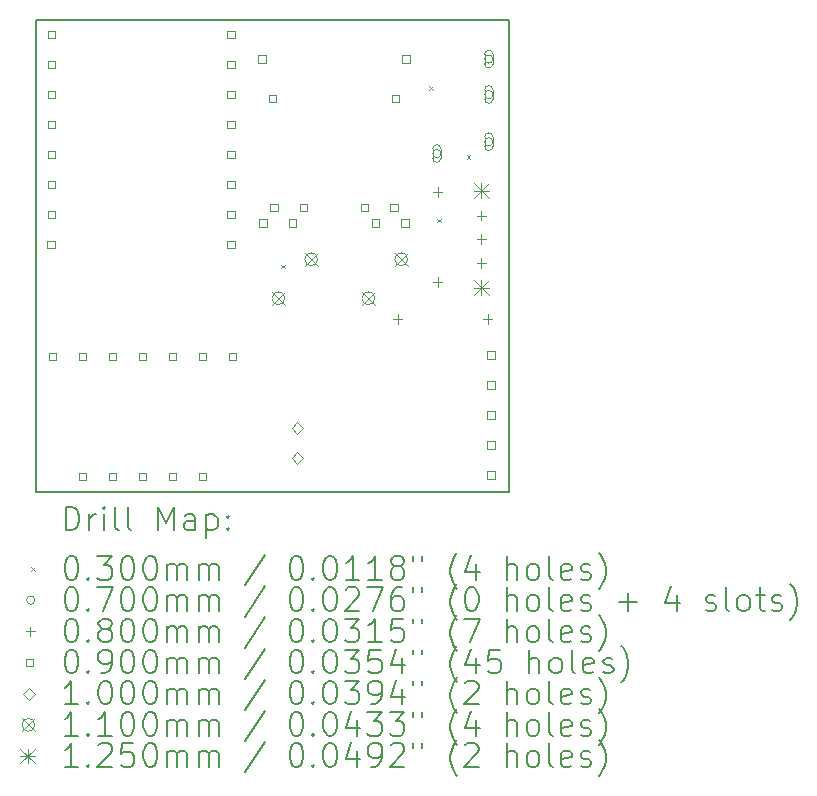
<source format=gbr>
%TF.GenerationSoftware,KiCad,Pcbnew,9.0.2*%
%TF.CreationDate,2025-07-15T04:36:49-04:00*%
%TF.ProjectId,FBT,4642542e-6b69-4636-9164-5f7063625858,rev?*%
%TF.SameCoordinates,Original*%
%TF.FileFunction,Drillmap*%
%TF.FilePolarity,Positive*%
%FSLAX45Y45*%
G04 Gerber Fmt 4.5, Leading zero omitted, Abs format (unit mm)*
G04 Created by KiCad (PCBNEW 9.0.2) date 2025-07-15 04:36:49*
%MOMM*%
%LPD*%
G01*
G04 APERTURE LIST*
%ADD10C,0.200000*%
%ADD11C,0.100000*%
%ADD12C,0.110000*%
%ADD13C,0.125000*%
G04 APERTURE END LIST*
D10*
X9700000Y-9572000D02*
X13700000Y-9572000D01*
X13700000Y-13572000D01*
X9700000Y-13572000D01*
X9700000Y-9572000D01*
D11*
X11777000Y-11645000D02*
X11807000Y-11675000D01*
X11807000Y-11645000D02*
X11777000Y-11675000D01*
X13027000Y-10135000D02*
X13057000Y-10165000D01*
X13057000Y-10135000D02*
X13027000Y-10165000D01*
X13097000Y-11255000D02*
X13127000Y-11285000D01*
X13127000Y-11255000D02*
X13097000Y-11285000D01*
X13345000Y-10720000D02*
X13375000Y-10750000D01*
X13375000Y-10720000D02*
X13345000Y-10750000D01*
X13127000Y-10705000D02*
G75*
G02*
X13057000Y-10705000I-35000J0D01*
G01*
X13057000Y-10705000D02*
G75*
G02*
X13127000Y-10705000I35000J0D01*
G01*
X13057000Y-10665000D02*
X13057000Y-10745000D01*
X13127000Y-10745000D02*
G75*
G02*
X13057000Y-10745000I-35000J0D01*
G01*
X13127000Y-10745000D02*
X13127000Y-10665000D01*
X13127000Y-10665000D02*
G75*
G03*
X13057000Y-10665000I-35000J0D01*
G01*
X13567000Y-9905000D02*
G75*
G02*
X13497000Y-9905000I-35000J0D01*
G01*
X13497000Y-9905000D02*
G75*
G02*
X13567000Y-9905000I35000J0D01*
G01*
X13497000Y-9865000D02*
X13497000Y-9945000D01*
X13567000Y-9945000D02*
G75*
G02*
X13497000Y-9945000I-35000J0D01*
G01*
X13567000Y-9945000D02*
X13567000Y-9865000D01*
X13567000Y-9865000D02*
G75*
G03*
X13497000Y-9865000I-35000J0D01*
G01*
X13567000Y-10205000D02*
G75*
G02*
X13497000Y-10205000I-35000J0D01*
G01*
X13497000Y-10205000D02*
G75*
G02*
X13567000Y-10205000I35000J0D01*
G01*
X13497000Y-10165000D02*
X13497000Y-10245000D01*
X13567000Y-10245000D02*
G75*
G02*
X13497000Y-10245000I-35000J0D01*
G01*
X13567000Y-10245000D02*
X13567000Y-10165000D01*
X13567000Y-10165000D02*
G75*
G03*
X13497000Y-10165000I-35000J0D01*
G01*
X13567000Y-10605000D02*
G75*
G02*
X13497000Y-10605000I-35000J0D01*
G01*
X13497000Y-10605000D02*
G75*
G02*
X13567000Y-10605000I35000J0D01*
G01*
X13497000Y-10565000D02*
X13497000Y-10645000D01*
X13567000Y-10645000D02*
G75*
G02*
X13497000Y-10645000I-35000J0D01*
G01*
X13567000Y-10645000D02*
X13567000Y-10565000D01*
X13567000Y-10565000D02*
G75*
G03*
X13497000Y-10565000I-35000J0D01*
G01*
X12760000Y-12065000D02*
X12760000Y-12145000D01*
X12720000Y-12105000D02*
X12800000Y-12105000D01*
X13100000Y-10990000D02*
X13100000Y-11070000D01*
X13060000Y-11030000D02*
X13140000Y-11030000D01*
X13100000Y-11752000D02*
X13100000Y-11832000D01*
X13060000Y-11792000D02*
X13140000Y-11792000D01*
X13470000Y-11190000D02*
X13470000Y-11270000D01*
X13430000Y-11230000D02*
X13510000Y-11230000D01*
X13470000Y-11390000D02*
X13470000Y-11470000D01*
X13430000Y-11430000D02*
X13510000Y-11430000D01*
X13470000Y-11590000D02*
X13470000Y-11670000D01*
X13430000Y-11630000D02*
X13510000Y-11630000D01*
X13522000Y-12065000D02*
X13522000Y-12145000D01*
X13482000Y-12105000D02*
X13562000Y-12105000D01*
X9859421Y-11507959D02*
X9859421Y-11444319D01*
X9795780Y-11444319D01*
X9795780Y-11507959D01*
X9859421Y-11507959D01*
X9863421Y-9729959D02*
X9863421Y-9666319D01*
X9799780Y-9666319D01*
X9799780Y-9729959D01*
X9863421Y-9729959D01*
X9863421Y-9983959D02*
X9863421Y-9920319D01*
X9799780Y-9920319D01*
X9799780Y-9983959D01*
X9863421Y-9983959D01*
X9863421Y-10237959D02*
X9863421Y-10174319D01*
X9799780Y-10174319D01*
X9799780Y-10237959D01*
X9863421Y-10237959D01*
X9863421Y-10491959D02*
X9863421Y-10428319D01*
X9799780Y-10428319D01*
X9799780Y-10491959D01*
X9863421Y-10491959D01*
X9863421Y-10745959D02*
X9863421Y-10682319D01*
X9799780Y-10682319D01*
X9799780Y-10745959D01*
X9863421Y-10745959D01*
X9863421Y-10999959D02*
X9863421Y-10936319D01*
X9799780Y-10936319D01*
X9799780Y-10999959D01*
X9863421Y-10999959D01*
X9863421Y-11253959D02*
X9863421Y-11190319D01*
X9799780Y-11190319D01*
X9799780Y-11253959D01*
X9863421Y-11253959D01*
X9871820Y-12453820D02*
X9871820Y-12390180D01*
X9808180Y-12390180D01*
X9808180Y-12453820D01*
X9871820Y-12453820D01*
X10125820Y-12453820D02*
X10125820Y-12390180D01*
X10062180Y-12390180D01*
X10062180Y-12453820D01*
X10125820Y-12453820D01*
X10125820Y-13469820D02*
X10125820Y-13406180D01*
X10062180Y-13406180D01*
X10062180Y-13469820D01*
X10125820Y-13469820D01*
X10379820Y-12453820D02*
X10379820Y-12390180D01*
X10316180Y-12390180D01*
X10316180Y-12453820D01*
X10379820Y-12453820D01*
X10379820Y-13469820D02*
X10379820Y-13406180D01*
X10316180Y-13406180D01*
X10316180Y-13469820D01*
X10379820Y-13469820D01*
X10633820Y-12453820D02*
X10633820Y-12390180D01*
X10570180Y-12390180D01*
X10570180Y-12453820D01*
X10633820Y-12453820D01*
X10633820Y-13469820D02*
X10633820Y-13406180D01*
X10570180Y-13406180D01*
X10570180Y-13469820D01*
X10633820Y-13469820D01*
X10887820Y-12453820D02*
X10887820Y-12390180D01*
X10824180Y-12390180D01*
X10824180Y-12453820D01*
X10887820Y-12453820D01*
X10887820Y-13469820D02*
X10887820Y-13406180D01*
X10824180Y-13406180D01*
X10824180Y-13469820D01*
X10887820Y-13469820D01*
X11141820Y-12453820D02*
X11141820Y-12390180D01*
X11078180Y-12390180D01*
X11078180Y-12453820D01*
X11141820Y-12453820D01*
X11141820Y-13469820D02*
X11141820Y-13406180D01*
X11078180Y-13406180D01*
X11078180Y-13469820D01*
X11141820Y-13469820D01*
X11383420Y-9729959D02*
X11383420Y-9666319D01*
X11319780Y-9666319D01*
X11319780Y-9729959D01*
X11383420Y-9729959D01*
X11383420Y-9983959D02*
X11383420Y-9920319D01*
X11319780Y-9920319D01*
X11319780Y-9983959D01*
X11383420Y-9983959D01*
X11383420Y-10237959D02*
X11383420Y-10174319D01*
X11319780Y-10174319D01*
X11319780Y-10237959D01*
X11383420Y-10237959D01*
X11383420Y-10491959D02*
X11383420Y-10428319D01*
X11319780Y-10428319D01*
X11319780Y-10491959D01*
X11383420Y-10491959D01*
X11383420Y-10745959D02*
X11383420Y-10682319D01*
X11319780Y-10682319D01*
X11319780Y-10745959D01*
X11383420Y-10745959D01*
X11383420Y-10999959D02*
X11383420Y-10936319D01*
X11319780Y-10936319D01*
X11319780Y-10999959D01*
X11383420Y-10999959D01*
X11383420Y-11253959D02*
X11383420Y-11190319D01*
X11319780Y-11190319D01*
X11319780Y-11253959D01*
X11383420Y-11253959D01*
X11383420Y-11507959D02*
X11383420Y-11444319D01*
X11319780Y-11444319D01*
X11319780Y-11507959D01*
X11383420Y-11507959D01*
X11395820Y-12453820D02*
X11395820Y-12390180D01*
X11332180Y-12390180D01*
X11332180Y-12453820D01*
X11395820Y-12453820D01*
X11643820Y-9936820D02*
X11643820Y-9873180D01*
X11580180Y-9873180D01*
X11580180Y-9936820D01*
X11643820Y-9936820D01*
X11653820Y-11326820D02*
X11653820Y-11263180D01*
X11590180Y-11263180D01*
X11590180Y-11326820D01*
X11653820Y-11326820D01*
X11733622Y-10271820D02*
X11733622Y-10208180D01*
X11669982Y-10208180D01*
X11669982Y-10271820D01*
X11733622Y-10271820D01*
X11743622Y-11191820D02*
X11743622Y-11128180D01*
X11679982Y-11128180D01*
X11679982Y-11191820D01*
X11743622Y-11191820D01*
X11903820Y-11326820D02*
X11903820Y-11263180D01*
X11840180Y-11263180D01*
X11840180Y-11326820D01*
X11903820Y-11326820D01*
X11993622Y-11191820D02*
X11993622Y-11128180D01*
X11929982Y-11128180D01*
X11929982Y-11191820D01*
X11993622Y-11191820D01*
X12513622Y-11191820D02*
X12513622Y-11128180D01*
X12449982Y-11128180D01*
X12449982Y-11191820D01*
X12513622Y-11191820D01*
X12603820Y-11326820D02*
X12603820Y-11263180D01*
X12540180Y-11263180D01*
X12540180Y-11326820D01*
X12603820Y-11326820D01*
X12763622Y-11191820D02*
X12763622Y-11128180D01*
X12699982Y-11128180D01*
X12699982Y-11191820D01*
X12763622Y-11191820D01*
X12773622Y-10271820D02*
X12773622Y-10208180D01*
X12709982Y-10208180D01*
X12709982Y-10271820D01*
X12773622Y-10271820D01*
X12853820Y-11326820D02*
X12853820Y-11263180D01*
X12790180Y-11263180D01*
X12790180Y-11326820D01*
X12853820Y-11326820D01*
X12863820Y-9936820D02*
X12863820Y-9873180D01*
X12800180Y-9873180D01*
X12800180Y-9936820D01*
X12863820Y-9936820D01*
X13583820Y-12443820D02*
X13583820Y-12380180D01*
X13520180Y-12380180D01*
X13520180Y-12443820D01*
X13583820Y-12443820D01*
X13583820Y-12697820D02*
X13583820Y-12634180D01*
X13520180Y-12634180D01*
X13520180Y-12697820D01*
X13583820Y-12697820D01*
X13583820Y-12951820D02*
X13583820Y-12888180D01*
X13520180Y-12888180D01*
X13520180Y-12951820D01*
X13583820Y-12951820D01*
X13583820Y-13205820D02*
X13583820Y-13142180D01*
X13520180Y-13142180D01*
X13520180Y-13205820D01*
X13583820Y-13205820D01*
X13583820Y-13459820D02*
X13583820Y-13396180D01*
X13520180Y-13396180D01*
X13520180Y-13459820D01*
X13583820Y-13459820D01*
X11912000Y-13080000D02*
X11962000Y-13030000D01*
X11912000Y-12980000D01*
X11862000Y-13030000D01*
X11912000Y-13080000D01*
X11912000Y-13330000D02*
X11962000Y-13280000D01*
X11912000Y-13230000D01*
X11862000Y-13280000D01*
X11912000Y-13330000D01*
D12*
X11696000Y-11875000D02*
X11806000Y-11985000D01*
X11806000Y-11875000D02*
X11696000Y-11985000D01*
X11806000Y-11930000D02*
G75*
G02*
X11696000Y-11930000I-55000J0D01*
G01*
X11696000Y-11930000D02*
G75*
G02*
X11806000Y-11930000I55000J0D01*
G01*
X11974000Y-11545000D02*
X12084000Y-11655000D01*
X12084000Y-11545000D02*
X11974000Y-11655000D01*
X12084000Y-11600000D02*
G75*
G02*
X11974000Y-11600000I-55000J0D01*
G01*
X11974000Y-11600000D02*
G75*
G02*
X12084000Y-11600000I55000J0D01*
G01*
X12458000Y-11875000D02*
X12568000Y-11985000D01*
X12568000Y-11875000D02*
X12458000Y-11985000D01*
X12568000Y-11930000D02*
G75*
G02*
X12458000Y-11930000I-55000J0D01*
G01*
X12458000Y-11930000D02*
G75*
G02*
X12568000Y-11930000I55000J0D01*
G01*
X12736000Y-11545000D02*
X12846000Y-11655000D01*
X12846000Y-11545000D02*
X12736000Y-11655000D01*
X12846000Y-11600000D02*
G75*
G02*
X12736000Y-11600000I-55000J0D01*
G01*
X12736000Y-11600000D02*
G75*
G02*
X12846000Y-11600000I55000J0D01*
G01*
D13*
X13407500Y-10957500D02*
X13532500Y-11082500D01*
X13532500Y-10957500D02*
X13407500Y-11082500D01*
X13470000Y-10957500D02*
X13470000Y-11082500D01*
X13407500Y-11020000D02*
X13532500Y-11020000D01*
X13407500Y-11777500D02*
X13532500Y-11902500D01*
X13532500Y-11777500D02*
X13407500Y-11902500D01*
X13470000Y-11777500D02*
X13470000Y-11902500D01*
X13407500Y-11840000D02*
X13532500Y-11840000D01*
D10*
X9950777Y-13893484D02*
X9950777Y-13693484D01*
X9950777Y-13693484D02*
X9998396Y-13693484D01*
X9998396Y-13693484D02*
X10026967Y-13703008D01*
X10026967Y-13703008D02*
X10046015Y-13722055D01*
X10046015Y-13722055D02*
X10055539Y-13741103D01*
X10055539Y-13741103D02*
X10065063Y-13779198D01*
X10065063Y-13779198D02*
X10065063Y-13807769D01*
X10065063Y-13807769D02*
X10055539Y-13845865D01*
X10055539Y-13845865D02*
X10046015Y-13864912D01*
X10046015Y-13864912D02*
X10026967Y-13883960D01*
X10026967Y-13883960D02*
X9998396Y-13893484D01*
X9998396Y-13893484D02*
X9950777Y-13893484D01*
X10150777Y-13893484D02*
X10150777Y-13760150D01*
X10150777Y-13798246D02*
X10160301Y-13779198D01*
X10160301Y-13779198D02*
X10169824Y-13769674D01*
X10169824Y-13769674D02*
X10188872Y-13760150D01*
X10188872Y-13760150D02*
X10207920Y-13760150D01*
X10274586Y-13893484D02*
X10274586Y-13760150D01*
X10274586Y-13693484D02*
X10265063Y-13703008D01*
X10265063Y-13703008D02*
X10274586Y-13712531D01*
X10274586Y-13712531D02*
X10284110Y-13703008D01*
X10284110Y-13703008D02*
X10274586Y-13693484D01*
X10274586Y-13693484D02*
X10274586Y-13712531D01*
X10398396Y-13893484D02*
X10379348Y-13883960D01*
X10379348Y-13883960D02*
X10369824Y-13864912D01*
X10369824Y-13864912D02*
X10369824Y-13693484D01*
X10503158Y-13893484D02*
X10484110Y-13883960D01*
X10484110Y-13883960D02*
X10474586Y-13864912D01*
X10474586Y-13864912D02*
X10474586Y-13693484D01*
X10731729Y-13893484D02*
X10731729Y-13693484D01*
X10731729Y-13693484D02*
X10798396Y-13836341D01*
X10798396Y-13836341D02*
X10865063Y-13693484D01*
X10865063Y-13693484D02*
X10865063Y-13893484D01*
X11046015Y-13893484D02*
X11046015Y-13788722D01*
X11046015Y-13788722D02*
X11036491Y-13769674D01*
X11036491Y-13769674D02*
X11017444Y-13760150D01*
X11017444Y-13760150D02*
X10979348Y-13760150D01*
X10979348Y-13760150D02*
X10960301Y-13769674D01*
X11046015Y-13883960D02*
X11026967Y-13893484D01*
X11026967Y-13893484D02*
X10979348Y-13893484D01*
X10979348Y-13893484D02*
X10960301Y-13883960D01*
X10960301Y-13883960D02*
X10950777Y-13864912D01*
X10950777Y-13864912D02*
X10950777Y-13845865D01*
X10950777Y-13845865D02*
X10960301Y-13826817D01*
X10960301Y-13826817D02*
X10979348Y-13817293D01*
X10979348Y-13817293D02*
X11026967Y-13817293D01*
X11026967Y-13817293D02*
X11046015Y-13807769D01*
X11141253Y-13760150D02*
X11141253Y-13960150D01*
X11141253Y-13769674D02*
X11160301Y-13760150D01*
X11160301Y-13760150D02*
X11198396Y-13760150D01*
X11198396Y-13760150D02*
X11217443Y-13769674D01*
X11217443Y-13769674D02*
X11226967Y-13779198D01*
X11226967Y-13779198D02*
X11236491Y-13798246D01*
X11236491Y-13798246D02*
X11236491Y-13855388D01*
X11236491Y-13855388D02*
X11226967Y-13874436D01*
X11226967Y-13874436D02*
X11217443Y-13883960D01*
X11217443Y-13883960D02*
X11198396Y-13893484D01*
X11198396Y-13893484D02*
X11160301Y-13893484D01*
X11160301Y-13893484D02*
X11141253Y-13883960D01*
X11322205Y-13874436D02*
X11331729Y-13883960D01*
X11331729Y-13883960D02*
X11322205Y-13893484D01*
X11322205Y-13893484D02*
X11312682Y-13883960D01*
X11312682Y-13883960D02*
X11322205Y-13874436D01*
X11322205Y-13874436D02*
X11322205Y-13893484D01*
X11322205Y-13769674D02*
X11331729Y-13779198D01*
X11331729Y-13779198D02*
X11322205Y-13788722D01*
X11322205Y-13788722D02*
X11312682Y-13779198D01*
X11312682Y-13779198D02*
X11322205Y-13769674D01*
X11322205Y-13769674D02*
X11322205Y-13788722D01*
D11*
X9660000Y-14207000D02*
X9690000Y-14237000D01*
X9690000Y-14207000D02*
X9660000Y-14237000D01*
D10*
X9988872Y-14113484D02*
X10007920Y-14113484D01*
X10007920Y-14113484D02*
X10026967Y-14123008D01*
X10026967Y-14123008D02*
X10036491Y-14132531D01*
X10036491Y-14132531D02*
X10046015Y-14151579D01*
X10046015Y-14151579D02*
X10055539Y-14189674D01*
X10055539Y-14189674D02*
X10055539Y-14237293D01*
X10055539Y-14237293D02*
X10046015Y-14275388D01*
X10046015Y-14275388D02*
X10036491Y-14294436D01*
X10036491Y-14294436D02*
X10026967Y-14303960D01*
X10026967Y-14303960D02*
X10007920Y-14313484D01*
X10007920Y-14313484D02*
X9988872Y-14313484D01*
X9988872Y-14313484D02*
X9969824Y-14303960D01*
X9969824Y-14303960D02*
X9960301Y-14294436D01*
X9960301Y-14294436D02*
X9950777Y-14275388D01*
X9950777Y-14275388D02*
X9941253Y-14237293D01*
X9941253Y-14237293D02*
X9941253Y-14189674D01*
X9941253Y-14189674D02*
X9950777Y-14151579D01*
X9950777Y-14151579D02*
X9960301Y-14132531D01*
X9960301Y-14132531D02*
X9969824Y-14123008D01*
X9969824Y-14123008D02*
X9988872Y-14113484D01*
X10141253Y-14294436D02*
X10150777Y-14303960D01*
X10150777Y-14303960D02*
X10141253Y-14313484D01*
X10141253Y-14313484D02*
X10131729Y-14303960D01*
X10131729Y-14303960D02*
X10141253Y-14294436D01*
X10141253Y-14294436D02*
X10141253Y-14313484D01*
X10217444Y-14113484D02*
X10341253Y-14113484D01*
X10341253Y-14113484D02*
X10274586Y-14189674D01*
X10274586Y-14189674D02*
X10303158Y-14189674D01*
X10303158Y-14189674D02*
X10322205Y-14199198D01*
X10322205Y-14199198D02*
X10331729Y-14208722D01*
X10331729Y-14208722D02*
X10341253Y-14227769D01*
X10341253Y-14227769D02*
X10341253Y-14275388D01*
X10341253Y-14275388D02*
X10331729Y-14294436D01*
X10331729Y-14294436D02*
X10322205Y-14303960D01*
X10322205Y-14303960D02*
X10303158Y-14313484D01*
X10303158Y-14313484D02*
X10246015Y-14313484D01*
X10246015Y-14313484D02*
X10226967Y-14303960D01*
X10226967Y-14303960D02*
X10217444Y-14294436D01*
X10465063Y-14113484D02*
X10484110Y-14113484D01*
X10484110Y-14113484D02*
X10503158Y-14123008D01*
X10503158Y-14123008D02*
X10512682Y-14132531D01*
X10512682Y-14132531D02*
X10522205Y-14151579D01*
X10522205Y-14151579D02*
X10531729Y-14189674D01*
X10531729Y-14189674D02*
X10531729Y-14237293D01*
X10531729Y-14237293D02*
X10522205Y-14275388D01*
X10522205Y-14275388D02*
X10512682Y-14294436D01*
X10512682Y-14294436D02*
X10503158Y-14303960D01*
X10503158Y-14303960D02*
X10484110Y-14313484D01*
X10484110Y-14313484D02*
X10465063Y-14313484D01*
X10465063Y-14313484D02*
X10446015Y-14303960D01*
X10446015Y-14303960D02*
X10436491Y-14294436D01*
X10436491Y-14294436D02*
X10426967Y-14275388D01*
X10426967Y-14275388D02*
X10417444Y-14237293D01*
X10417444Y-14237293D02*
X10417444Y-14189674D01*
X10417444Y-14189674D02*
X10426967Y-14151579D01*
X10426967Y-14151579D02*
X10436491Y-14132531D01*
X10436491Y-14132531D02*
X10446015Y-14123008D01*
X10446015Y-14123008D02*
X10465063Y-14113484D01*
X10655539Y-14113484D02*
X10674586Y-14113484D01*
X10674586Y-14113484D02*
X10693634Y-14123008D01*
X10693634Y-14123008D02*
X10703158Y-14132531D01*
X10703158Y-14132531D02*
X10712682Y-14151579D01*
X10712682Y-14151579D02*
X10722205Y-14189674D01*
X10722205Y-14189674D02*
X10722205Y-14237293D01*
X10722205Y-14237293D02*
X10712682Y-14275388D01*
X10712682Y-14275388D02*
X10703158Y-14294436D01*
X10703158Y-14294436D02*
X10693634Y-14303960D01*
X10693634Y-14303960D02*
X10674586Y-14313484D01*
X10674586Y-14313484D02*
X10655539Y-14313484D01*
X10655539Y-14313484D02*
X10636491Y-14303960D01*
X10636491Y-14303960D02*
X10626967Y-14294436D01*
X10626967Y-14294436D02*
X10617444Y-14275388D01*
X10617444Y-14275388D02*
X10607920Y-14237293D01*
X10607920Y-14237293D02*
X10607920Y-14189674D01*
X10607920Y-14189674D02*
X10617444Y-14151579D01*
X10617444Y-14151579D02*
X10626967Y-14132531D01*
X10626967Y-14132531D02*
X10636491Y-14123008D01*
X10636491Y-14123008D02*
X10655539Y-14113484D01*
X10807920Y-14313484D02*
X10807920Y-14180150D01*
X10807920Y-14199198D02*
X10817444Y-14189674D01*
X10817444Y-14189674D02*
X10836491Y-14180150D01*
X10836491Y-14180150D02*
X10865063Y-14180150D01*
X10865063Y-14180150D02*
X10884110Y-14189674D01*
X10884110Y-14189674D02*
X10893634Y-14208722D01*
X10893634Y-14208722D02*
X10893634Y-14313484D01*
X10893634Y-14208722D02*
X10903158Y-14189674D01*
X10903158Y-14189674D02*
X10922205Y-14180150D01*
X10922205Y-14180150D02*
X10950777Y-14180150D01*
X10950777Y-14180150D02*
X10969825Y-14189674D01*
X10969825Y-14189674D02*
X10979348Y-14208722D01*
X10979348Y-14208722D02*
X10979348Y-14313484D01*
X11074586Y-14313484D02*
X11074586Y-14180150D01*
X11074586Y-14199198D02*
X11084110Y-14189674D01*
X11084110Y-14189674D02*
X11103158Y-14180150D01*
X11103158Y-14180150D02*
X11131729Y-14180150D01*
X11131729Y-14180150D02*
X11150777Y-14189674D01*
X11150777Y-14189674D02*
X11160301Y-14208722D01*
X11160301Y-14208722D02*
X11160301Y-14313484D01*
X11160301Y-14208722D02*
X11169825Y-14189674D01*
X11169825Y-14189674D02*
X11188872Y-14180150D01*
X11188872Y-14180150D02*
X11217443Y-14180150D01*
X11217443Y-14180150D02*
X11236491Y-14189674D01*
X11236491Y-14189674D02*
X11246015Y-14208722D01*
X11246015Y-14208722D02*
X11246015Y-14313484D01*
X11636491Y-14103960D02*
X11465063Y-14361103D01*
X11893634Y-14113484D02*
X11912682Y-14113484D01*
X11912682Y-14113484D02*
X11931729Y-14123008D01*
X11931729Y-14123008D02*
X11941253Y-14132531D01*
X11941253Y-14132531D02*
X11950777Y-14151579D01*
X11950777Y-14151579D02*
X11960301Y-14189674D01*
X11960301Y-14189674D02*
X11960301Y-14237293D01*
X11960301Y-14237293D02*
X11950777Y-14275388D01*
X11950777Y-14275388D02*
X11941253Y-14294436D01*
X11941253Y-14294436D02*
X11931729Y-14303960D01*
X11931729Y-14303960D02*
X11912682Y-14313484D01*
X11912682Y-14313484D02*
X11893634Y-14313484D01*
X11893634Y-14313484D02*
X11874586Y-14303960D01*
X11874586Y-14303960D02*
X11865063Y-14294436D01*
X11865063Y-14294436D02*
X11855539Y-14275388D01*
X11855539Y-14275388D02*
X11846015Y-14237293D01*
X11846015Y-14237293D02*
X11846015Y-14189674D01*
X11846015Y-14189674D02*
X11855539Y-14151579D01*
X11855539Y-14151579D02*
X11865063Y-14132531D01*
X11865063Y-14132531D02*
X11874586Y-14123008D01*
X11874586Y-14123008D02*
X11893634Y-14113484D01*
X12046015Y-14294436D02*
X12055539Y-14303960D01*
X12055539Y-14303960D02*
X12046015Y-14313484D01*
X12046015Y-14313484D02*
X12036491Y-14303960D01*
X12036491Y-14303960D02*
X12046015Y-14294436D01*
X12046015Y-14294436D02*
X12046015Y-14313484D01*
X12179348Y-14113484D02*
X12198396Y-14113484D01*
X12198396Y-14113484D02*
X12217444Y-14123008D01*
X12217444Y-14123008D02*
X12226967Y-14132531D01*
X12226967Y-14132531D02*
X12236491Y-14151579D01*
X12236491Y-14151579D02*
X12246015Y-14189674D01*
X12246015Y-14189674D02*
X12246015Y-14237293D01*
X12246015Y-14237293D02*
X12236491Y-14275388D01*
X12236491Y-14275388D02*
X12226967Y-14294436D01*
X12226967Y-14294436D02*
X12217444Y-14303960D01*
X12217444Y-14303960D02*
X12198396Y-14313484D01*
X12198396Y-14313484D02*
X12179348Y-14313484D01*
X12179348Y-14313484D02*
X12160301Y-14303960D01*
X12160301Y-14303960D02*
X12150777Y-14294436D01*
X12150777Y-14294436D02*
X12141253Y-14275388D01*
X12141253Y-14275388D02*
X12131729Y-14237293D01*
X12131729Y-14237293D02*
X12131729Y-14189674D01*
X12131729Y-14189674D02*
X12141253Y-14151579D01*
X12141253Y-14151579D02*
X12150777Y-14132531D01*
X12150777Y-14132531D02*
X12160301Y-14123008D01*
X12160301Y-14123008D02*
X12179348Y-14113484D01*
X12436491Y-14313484D02*
X12322206Y-14313484D01*
X12379348Y-14313484D02*
X12379348Y-14113484D01*
X12379348Y-14113484D02*
X12360301Y-14142055D01*
X12360301Y-14142055D02*
X12341253Y-14161103D01*
X12341253Y-14161103D02*
X12322206Y-14170627D01*
X12626967Y-14313484D02*
X12512682Y-14313484D01*
X12569825Y-14313484D02*
X12569825Y-14113484D01*
X12569825Y-14113484D02*
X12550777Y-14142055D01*
X12550777Y-14142055D02*
X12531729Y-14161103D01*
X12531729Y-14161103D02*
X12512682Y-14170627D01*
X12741253Y-14199198D02*
X12722206Y-14189674D01*
X12722206Y-14189674D02*
X12712682Y-14180150D01*
X12712682Y-14180150D02*
X12703158Y-14161103D01*
X12703158Y-14161103D02*
X12703158Y-14151579D01*
X12703158Y-14151579D02*
X12712682Y-14132531D01*
X12712682Y-14132531D02*
X12722206Y-14123008D01*
X12722206Y-14123008D02*
X12741253Y-14113484D01*
X12741253Y-14113484D02*
X12779348Y-14113484D01*
X12779348Y-14113484D02*
X12798396Y-14123008D01*
X12798396Y-14123008D02*
X12807920Y-14132531D01*
X12807920Y-14132531D02*
X12817444Y-14151579D01*
X12817444Y-14151579D02*
X12817444Y-14161103D01*
X12817444Y-14161103D02*
X12807920Y-14180150D01*
X12807920Y-14180150D02*
X12798396Y-14189674D01*
X12798396Y-14189674D02*
X12779348Y-14199198D01*
X12779348Y-14199198D02*
X12741253Y-14199198D01*
X12741253Y-14199198D02*
X12722206Y-14208722D01*
X12722206Y-14208722D02*
X12712682Y-14218246D01*
X12712682Y-14218246D02*
X12703158Y-14237293D01*
X12703158Y-14237293D02*
X12703158Y-14275388D01*
X12703158Y-14275388D02*
X12712682Y-14294436D01*
X12712682Y-14294436D02*
X12722206Y-14303960D01*
X12722206Y-14303960D02*
X12741253Y-14313484D01*
X12741253Y-14313484D02*
X12779348Y-14313484D01*
X12779348Y-14313484D02*
X12798396Y-14303960D01*
X12798396Y-14303960D02*
X12807920Y-14294436D01*
X12807920Y-14294436D02*
X12817444Y-14275388D01*
X12817444Y-14275388D02*
X12817444Y-14237293D01*
X12817444Y-14237293D02*
X12807920Y-14218246D01*
X12807920Y-14218246D02*
X12798396Y-14208722D01*
X12798396Y-14208722D02*
X12779348Y-14199198D01*
X12893634Y-14113484D02*
X12893634Y-14151579D01*
X12969825Y-14113484D02*
X12969825Y-14151579D01*
X13265063Y-14389674D02*
X13255539Y-14380150D01*
X13255539Y-14380150D02*
X13236491Y-14351579D01*
X13236491Y-14351579D02*
X13226968Y-14332531D01*
X13226968Y-14332531D02*
X13217444Y-14303960D01*
X13217444Y-14303960D02*
X13207920Y-14256341D01*
X13207920Y-14256341D02*
X13207920Y-14218246D01*
X13207920Y-14218246D02*
X13217444Y-14170627D01*
X13217444Y-14170627D02*
X13226968Y-14142055D01*
X13226968Y-14142055D02*
X13236491Y-14123008D01*
X13236491Y-14123008D02*
X13255539Y-14094436D01*
X13255539Y-14094436D02*
X13265063Y-14084912D01*
X13426968Y-14180150D02*
X13426968Y-14313484D01*
X13379348Y-14103960D02*
X13331729Y-14246817D01*
X13331729Y-14246817D02*
X13455539Y-14246817D01*
X13684110Y-14313484D02*
X13684110Y-14113484D01*
X13769825Y-14313484D02*
X13769825Y-14208722D01*
X13769825Y-14208722D02*
X13760301Y-14189674D01*
X13760301Y-14189674D02*
X13741253Y-14180150D01*
X13741253Y-14180150D02*
X13712682Y-14180150D01*
X13712682Y-14180150D02*
X13693634Y-14189674D01*
X13693634Y-14189674D02*
X13684110Y-14199198D01*
X13893634Y-14313484D02*
X13874587Y-14303960D01*
X13874587Y-14303960D02*
X13865063Y-14294436D01*
X13865063Y-14294436D02*
X13855539Y-14275388D01*
X13855539Y-14275388D02*
X13855539Y-14218246D01*
X13855539Y-14218246D02*
X13865063Y-14199198D01*
X13865063Y-14199198D02*
X13874587Y-14189674D01*
X13874587Y-14189674D02*
X13893634Y-14180150D01*
X13893634Y-14180150D02*
X13922206Y-14180150D01*
X13922206Y-14180150D02*
X13941253Y-14189674D01*
X13941253Y-14189674D02*
X13950777Y-14199198D01*
X13950777Y-14199198D02*
X13960301Y-14218246D01*
X13960301Y-14218246D02*
X13960301Y-14275388D01*
X13960301Y-14275388D02*
X13950777Y-14294436D01*
X13950777Y-14294436D02*
X13941253Y-14303960D01*
X13941253Y-14303960D02*
X13922206Y-14313484D01*
X13922206Y-14313484D02*
X13893634Y-14313484D01*
X14074587Y-14313484D02*
X14055539Y-14303960D01*
X14055539Y-14303960D02*
X14046015Y-14284912D01*
X14046015Y-14284912D02*
X14046015Y-14113484D01*
X14226968Y-14303960D02*
X14207920Y-14313484D01*
X14207920Y-14313484D02*
X14169825Y-14313484D01*
X14169825Y-14313484D02*
X14150777Y-14303960D01*
X14150777Y-14303960D02*
X14141253Y-14284912D01*
X14141253Y-14284912D02*
X14141253Y-14208722D01*
X14141253Y-14208722D02*
X14150777Y-14189674D01*
X14150777Y-14189674D02*
X14169825Y-14180150D01*
X14169825Y-14180150D02*
X14207920Y-14180150D01*
X14207920Y-14180150D02*
X14226968Y-14189674D01*
X14226968Y-14189674D02*
X14236491Y-14208722D01*
X14236491Y-14208722D02*
X14236491Y-14227769D01*
X14236491Y-14227769D02*
X14141253Y-14246817D01*
X14312682Y-14303960D02*
X14331730Y-14313484D01*
X14331730Y-14313484D02*
X14369825Y-14313484D01*
X14369825Y-14313484D02*
X14388872Y-14303960D01*
X14388872Y-14303960D02*
X14398396Y-14284912D01*
X14398396Y-14284912D02*
X14398396Y-14275388D01*
X14398396Y-14275388D02*
X14388872Y-14256341D01*
X14388872Y-14256341D02*
X14369825Y-14246817D01*
X14369825Y-14246817D02*
X14341253Y-14246817D01*
X14341253Y-14246817D02*
X14322206Y-14237293D01*
X14322206Y-14237293D02*
X14312682Y-14218246D01*
X14312682Y-14218246D02*
X14312682Y-14208722D01*
X14312682Y-14208722D02*
X14322206Y-14189674D01*
X14322206Y-14189674D02*
X14341253Y-14180150D01*
X14341253Y-14180150D02*
X14369825Y-14180150D01*
X14369825Y-14180150D02*
X14388872Y-14189674D01*
X14465063Y-14389674D02*
X14474587Y-14380150D01*
X14474587Y-14380150D02*
X14493634Y-14351579D01*
X14493634Y-14351579D02*
X14503158Y-14332531D01*
X14503158Y-14332531D02*
X14512682Y-14303960D01*
X14512682Y-14303960D02*
X14522206Y-14256341D01*
X14522206Y-14256341D02*
X14522206Y-14218246D01*
X14522206Y-14218246D02*
X14512682Y-14170627D01*
X14512682Y-14170627D02*
X14503158Y-14142055D01*
X14503158Y-14142055D02*
X14493634Y-14123008D01*
X14493634Y-14123008D02*
X14474587Y-14094436D01*
X14474587Y-14094436D02*
X14465063Y-14084912D01*
D11*
X9690000Y-14486000D02*
G75*
G02*
X9620000Y-14486000I-35000J0D01*
G01*
X9620000Y-14486000D02*
G75*
G02*
X9690000Y-14486000I35000J0D01*
G01*
D10*
X9988872Y-14377484D02*
X10007920Y-14377484D01*
X10007920Y-14377484D02*
X10026967Y-14387008D01*
X10026967Y-14387008D02*
X10036491Y-14396531D01*
X10036491Y-14396531D02*
X10046015Y-14415579D01*
X10046015Y-14415579D02*
X10055539Y-14453674D01*
X10055539Y-14453674D02*
X10055539Y-14501293D01*
X10055539Y-14501293D02*
X10046015Y-14539388D01*
X10046015Y-14539388D02*
X10036491Y-14558436D01*
X10036491Y-14558436D02*
X10026967Y-14567960D01*
X10026967Y-14567960D02*
X10007920Y-14577484D01*
X10007920Y-14577484D02*
X9988872Y-14577484D01*
X9988872Y-14577484D02*
X9969824Y-14567960D01*
X9969824Y-14567960D02*
X9960301Y-14558436D01*
X9960301Y-14558436D02*
X9950777Y-14539388D01*
X9950777Y-14539388D02*
X9941253Y-14501293D01*
X9941253Y-14501293D02*
X9941253Y-14453674D01*
X9941253Y-14453674D02*
X9950777Y-14415579D01*
X9950777Y-14415579D02*
X9960301Y-14396531D01*
X9960301Y-14396531D02*
X9969824Y-14387008D01*
X9969824Y-14387008D02*
X9988872Y-14377484D01*
X10141253Y-14558436D02*
X10150777Y-14567960D01*
X10150777Y-14567960D02*
X10141253Y-14577484D01*
X10141253Y-14577484D02*
X10131729Y-14567960D01*
X10131729Y-14567960D02*
X10141253Y-14558436D01*
X10141253Y-14558436D02*
X10141253Y-14577484D01*
X10217444Y-14377484D02*
X10350777Y-14377484D01*
X10350777Y-14377484D02*
X10265063Y-14577484D01*
X10465063Y-14377484D02*
X10484110Y-14377484D01*
X10484110Y-14377484D02*
X10503158Y-14387008D01*
X10503158Y-14387008D02*
X10512682Y-14396531D01*
X10512682Y-14396531D02*
X10522205Y-14415579D01*
X10522205Y-14415579D02*
X10531729Y-14453674D01*
X10531729Y-14453674D02*
X10531729Y-14501293D01*
X10531729Y-14501293D02*
X10522205Y-14539388D01*
X10522205Y-14539388D02*
X10512682Y-14558436D01*
X10512682Y-14558436D02*
X10503158Y-14567960D01*
X10503158Y-14567960D02*
X10484110Y-14577484D01*
X10484110Y-14577484D02*
X10465063Y-14577484D01*
X10465063Y-14577484D02*
X10446015Y-14567960D01*
X10446015Y-14567960D02*
X10436491Y-14558436D01*
X10436491Y-14558436D02*
X10426967Y-14539388D01*
X10426967Y-14539388D02*
X10417444Y-14501293D01*
X10417444Y-14501293D02*
X10417444Y-14453674D01*
X10417444Y-14453674D02*
X10426967Y-14415579D01*
X10426967Y-14415579D02*
X10436491Y-14396531D01*
X10436491Y-14396531D02*
X10446015Y-14387008D01*
X10446015Y-14387008D02*
X10465063Y-14377484D01*
X10655539Y-14377484D02*
X10674586Y-14377484D01*
X10674586Y-14377484D02*
X10693634Y-14387008D01*
X10693634Y-14387008D02*
X10703158Y-14396531D01*
X10703158Y-14396531D02*
X10712682Y-14415579D01*
X10712682Y-14415579D02*
X10722205Y-14453674D01*
X10722205Y-14453674D02*
X10722205Y-14501293D01*
X10722205Y-14501293D02*
X10712682Y-14539388D01*
X10712682Y-14539388D02*
X10703158Y-14558436D01*
X10703158Y-14558436D02*
X10693634Y-14567960D01*
X10693634Y-14567960D02*
X10674586Y-14577484D01*
X10674586Y-14577484D02*
X10655539Y-14577484D01*
X10655539Y-14577484D02*
X10636491Y-14567960D01*
X10636491Y-14567960D02*
X10626967Y-14558436D01*
X10626967Y-14558436D02*
X10617444Y-14539388D01*
X10617444Y-14539388D02*
X10607920Y-14501293D01*
X10607920Y-14501293D02*
X10607920Y-14453674D01*
X10607920Y-14453674D02*
X10617444Y-14415579D01*
X10617444Y-14415579D02*
X10626967Y-14396531D01*
X10626967Y-14396531D02*
X10636491Y-14387008D01*
X10636491Y-14387008D02*
X10655539Y-14377484D01*
X10807920Y-14577484D02*
X10807920Y-14444150D01*
X10807920Y-14463198D02*
X10817444Y-14453674D01*
X10817444Y-14453674D02*
X10836491Y-14444150D01*
X10836491Y-14444150D02*
X10865063Y-14444150D01*
X10865063Y-14444150D02*
X10884110Y-14453674D01*
X10884110Y-14453674D02*
X10893634Y-14472722D01*
X10893634Y-14472722D02*
X10893634Y-14577484D01*
X10893634Y-14472722D02*
X10903158Y-14453674D01*
X10903158Y-14453674D02*
X10922205Y-14444150D01*
X10922205Y-14444150D02*
X10950777Y-14444150D01*
X10950777Y-14444150D02*
X10969825Y-14453674D01*
X10969825Y-14453674D02*
X10979348Y-14472722D01*
X10979348Y-14472722D02*
X10979348Y-14577484D01*
X11074586Y-14577484D02*
X11074586Y-14444150D01*
X11074586Y-14463198D02*
X11084110Y-14453674D01*
X11084110Y-14453674D02*
X11103158Y-14444150D01*
X11103158Y-14444150D02*
X11131729Y-14444150D01*
X11131729Y-14444150D02*
X11150777Y-14453674D01*
X11150777Y-14453674D02*
X11160301Y-14472722D01*
X11160301Y-14472722D02*
X11160301Y-14577484D01*
X11160301Y-14472722D02*
X11169825Y-14453674D01*
X11169825Y-14453674D02*
X11188872Y-14444150D01*
X11188872Y-14444150D02*
X11217443Y-14444150D01*
X11217443Y-14444150D02*
X11236491Y-14453674D01*
X11236491Y-14453674D02*
X11246015Y-14472722D01*
X11246015Y-14472722D02*
X11246015Y-14577484D01*
X11636491Y-14367960D02*
X11465063Y-14625103D01*
X11893634Y-14377484D02*
X11912682Y-14377484D01*
X11912682Y-14377484D02*
X11931729Y-14387008D01*
X11931729Y-14387008D02*
X11941253Y-14396531D01*
X11941253Y-14396531D02*
X11950777Y-14415579D01*
X11950777Y-14415579D02*
X11960301Y-14453674D01*
X11960301Y-14453674D02*
X11960301Y-14501293D01*
X11960301Y-14501293D02*
X11950777Y-14539388D01*
X11950777Y-14539388D02*
X11941253Y-14558436D01*
X11941253Y-14558436D02*
X11931729Y-14567960D01*
X11931729Y-14567960D02*
X11912682Y-14577484D01*
X11912682Y-14577484D02*
X11893634Y-14577484D01*
X11893634Y-14577484D02*
X11874586Y-14567960D01*
X11874586Y-14567960D02*
X11865063Y-14558436D01*
X11865063Y-14558436D02*
X11855539Y-14539388D01*
X11855539Y-14539388D02*
X11846015Y-14501293D01*
X11846015Y-14501293D02*
X11846015Y-14453674D01*
X11846015Y-14453674D02*
X11855539Y-14415579D01*
X11855539Y-14415579D02*
X11865063Y-14396531D01*
X11865063Y-14396531D02*
X11874586Y-14387008D01*
X11874586Y-14387008D02*
X11893634Y-14377484D01*
X12046015Y-14558436D02*
X12055539Y-14567960D01*
X12055539Y-14567960D02*
X12046015Y-14577484D01*
X12046015Y-14577484D02*
X12036491Y-14567960D01*
X12036491Y-14567960D02*
X12046015Y-14558436D01*
X12046015Y-14558436D02*
X12046015Y-14577484D01*
X12179348Y-14377484D02*
X12198396Y-14377484D01*
X12198396Y-14377484D02*
X12217444Y-14387008D01*
X12217444Y-14387008D02*
X12226967Y-14396531D01*
X12226967Y-14396531D02*
X12236491Y-14415579D01*
X12236491Y-14415579D02*
X12246015Y-14453674D01*
X12246015Y-14453674D02*
X12246015Y-14501293D01*
X12246015Y-14501293D02*
X12236491Y-14539388D01*
X12236491Y-14539388D02*
X12226967Y-14558436D01*
X12226967Y-14558436D02*
X12217444Y-14567960D01*
X12217444Y-14567960D02*
X12198396Y-14577484D01*
X12198396Y-14577484D02*
X12179348Y-14577484D01*
X12179348Y-14577484D02*
X12160301Y-14567960D01*
X12160301Y-14567960D02*
X12150777Y-14558436D01*
X12150777Y-14558436D02*
X12141253Y-14539388D01*
X12141253Y-14539388D02*
X12131729Y-14501293D01*
X12131729Y-14501293D02*
X12131729Y-14453674D01*
X12131729Y-14453674D02*
X12141253Y-14415579D01*
X12141253Y-14415579D02*
X12150777Y-14396531D01*
X12150777Y-14396531D02*
X12160301Y-14387008D01*
X12160301Y-14387008D02*
X12179348Y-14377484D01*
X12322206Y-14396531D02*
X12331729Y-14387008D01*
X12331729Y-14387008D02*
X12350777Y-14377484D01*
X12350777Y-14377484D02*
X12398396Y-14377484D01*
X12398396Y-14377484D02*
X12417444Y-14387008D01*
X12417444Y-14387008D02*
X12426967Y-14396531D01*
X12426967Y-14396531D02*
X12436491Y-14415579D01*
X12436491Y-14415579D02*
X12436491Y-14434627D01*
X12436491Y-14434627D02*
X12426967Y-14463198D01*
X12426967Y-14463198D02*
X12312682Y-14577484D01*
X12312682Y-14577484D02*
X12436491Y-14577484D01*
X12503158Y-14377484D02*
X12636491Y-14377484D01*
X12636491Y-14377484D02*
X12550777Y-14577484D01*
X12798396Y-14377484D02*
X12760301Y-14377484D01*
X12760301Y-14377484D02*
X12741253Y-14387008D01*
X12741253Y-14387008D02*
X12731729Y-14396531D01*
X12731729Y-14396531D02*
X12712682Y-14425103D01*
X12712682Y-14425103D02*
X12703158Y-14463198D01*
X12703158Y-14463198D02*
X12703158Y-14539388D01*
X12703158Y-14539388D02*
X12712682Y-14558436D01*
X12712682Y-14558436D02*
X12722206Y-14567960D01*
X12722206Y-14567960D02*
X12741253Y-14577484D01*
X12741253Y-14577484D02*
X12779348Y-14577484D01*
X12779348Y-14577484D02*
X12798396Y-14567960D01*
X12798396Y-14567960D02*
X12807920Y-14558436D01*
X12807920Y-14558436D02*
X12817444Y-14539388D01*
X12817444Y-14539388D02*
X12817444Y-14491769D01*
X12817444Y-14491769D02*
X12807920Y-14472722D01*
X12807920Y-14472722D02*
X12798396Y-14463198D01*
X12798396Y-14463198D02*
X12779348Y-14453674D01*
X12779348Y-14453674D02*
X12741253Y-14453674D01*
X12741253Y-14453674D02*
X12722206Y-14463198D01*
X12722206Y-14463198D02*
X12712682Y-14472722D01*
X12712682Y-14472722D02*
X12703158Y-14491769D01*
X12893634Y-14377484D02*
X12893634Y-14415579D01*
X12969825Y-14377484D02*
X12969825Y-14415579D01*
X13265063Y-14653674D02*
X13255539Y-14644150D01*
X13255539Y-14644150D02*
X13236491Y-14615579D01*
X13236491Y-14615579D02*
X13226968Y-14596531D01*
X13226968Y-14596531D02*
X13217444Y-14567960D01*
X13217444Y-14567960D02*
X13207920Y-14520341D01*
X13207920Y-14520341D02*
X13207920Y-14482246D01*
X13207920Y-14482246D02*
X13217444Y-14434627D01*
X13217444Y-14434627D02*
X13226968Y-14406055D01*
X13226968Y-14406055D02*
X13236491Y-14387008D01*
X13236491Y-14387008D02*
X13255539Y-14358436D01*
X13255539Y-14358436D02*
X13265063Y-14348912D01*
X13379348Y-14377484D02*
X13398396Y-14377484D01*
X13398396Y-14377484D02*
X13417444Y-14387008D01*
X13417444Y-14387008D02*
X13426968Y-14396531D01*
X13426968Y-14396531D02*
X13436491Y-14415579D01*
X13436491Y-14415579D02*
X13446015Y-14453674D01*
X13446015Y-14453674D02*
X13446015Y-14501293D01*
X13446015Y-14501293D02*
X13436491Y-14539388D01*
X13436491Y-14539388D02*
X13426968Y-14558436D01*
X13426968Y-14558436D02*
X13417444Y-14567960D01*
X13417444Y-14567960D02*
X13398396Y-14577484D01*
X13398396Y-14577484D02*
X13379348Y-14577484D01*
X13379348Y-14577484D02*
X13360301Y-14567960D01*
X13360301Y-14567960D02*
X13350777Y-14558436D01*
X13350777Y-14558436D02*
X13341253Y-14539388D01*
X13341253Y-14539388D02*
X13331729Y-14501293D01*
X13331729Y-14501293D02*
X13331729Y-14453674D01*
X13331729Y-14453674D02*
X13341253Y-14415579D01*
X13341253Y-14415579D02*
X13350777Y-14396531D01*
X13350777Y-14396531D02*
X13360301Y-14387008D01*
X13360301Y-14387008D02*
X13379348Y-14377484D01*
X13684110Y-14577484D02*
X13684110Y-14377484D01*
X13769825Y-14577484D02*
X13769825Y-14472722D01*
X13769825Y-14472722D02*
X13760301Y-14453674D01*
X13760301Y-14453674D02*
X13741253Y-14444150D01*
X13741253Y-14444150D02*
X13712682Y-14444150D01*
X13712682Y-14444150D02*
X13693634Y-14453674D01*
X13693634Y-14453674D02*
X13684110Y-14463198D01*
X13893634Y-14577484D02*
X13874587Y-14567960D01*
X13874587Y-14567960D02*
X13865063Y-14558436D01*
X13865063Y-14558436D02*
X13855539Y-14539388D01*
X13855539Y-14539388D02*
X13855539Y-14482246D01*
X13855539Y-14482246D02*
X13865063Y-14463198D01*
X13865063Y-14463198D02*
X13874587Y-14453674D01*
X13874587Y-14453674D02*
X13893634Y-14444150D01*
X13893634Y-14444150D02*
X13922206Y-14444150D01*
X13922206Y-14444150D02*
X13941253Y-14453674D01*
X13941253Y-14453674D02*
X13950777Y-14463198D01*
X13950777Y-14463198D02*
X13960301Y-14482246D01*
X13960301Y-14482246D02*
X13960301Y-14539388D01*
X13960301Y-14539388D02*
X13950777Y-14558436D01*
X13950777Y-14558436D02*
X13941253Y-14567960D01*
X13941253Y-14567960D02*
X13922206Y-14577484D01*
X13922206Y-14577484D02*
X13893634Y-14577484D01*
X14074587Y-14577484D02*
X14055539Y-14567960D01*
X14055539Y-14567960D02*
X14046015Y-14548912D01*
X14046015Y-14548912D02*
X14046015Y-14377484D01*
X14226968Y-14567960D02*
X14207920Y-14577484D01*
X14207920Y-14577484D02*
X14169825Y-14577484D01*
X14169825Y-14577484D02*
X14150777Y-14567960D01*
X14150777Y-14567960D02*
X14141253Y-14548912D01*
X14141253Y-14548912D02*
X14141253Y-14472722D01*
X14141253Y-14472722D02*
X14150777Y-14453674D01*
X14150777Y-14453674D02*
X14169825Y-14444150D01*
X14169825Y-14444150D02*
X14207920Y-14444150D01*
X14207920Y-14444150D02*
X14226968Y-14453674D01*
X14226968Y-14453674D02*
X14236491Y-14472722D01*
X14236491Y-14472722D02*
X14236491Y-14491769D01*
X14236491Y-14491769D02*
X14141253Y-14510817D01*
X14312682Y-14567960D02*
X14331730Y-14577484D01*
X14331730Y-14577484D02*
X14369825Y-14577484D01*
X14369825Y-14577484D02*
X14388872Y-14567960D01*
X14388872Y-14567960D02*
X14398396Y-14548912D01*
X14398396Y-14548912D02*
X14398396Y-14539388D01*
X14398396Y-14539388D02*
X14388872Y-14520341D01*
X14388872Y-14520341D02*
X14369825Y-14510817D01*
X14369825Y-14510817D02*
X14341253Y-14510817D01*
X14341253Y-14510817D02*
X14322206Y-14501293D01*
X14322206Y-14501293D02*
X14312682Y-14482246D01*
X14312682Y-14482246D02*
X14312682Y-14472722D01*
X14312682Y-14472722D02*
X14322206Y-14453674D01*
X14322206Y-14453674D02*
X14341253Y-14444150D01*
X14341253Y-14444150D02*
X14369825Y-14444150D01*
X14369825Y-14444150D02*
X14388872Y-14453674D01*
X14636492Y-14501293D02*
X14788873Y-14501293D01*
X14712682Y-14577484D02*
X14712682Y-14425103D01*
X15122206Y-14444150D02*
X15122206Y-14577484D01*
X15074587Y-14367960D02*
X15026968Y-14510817D01*
X15026968Y-14510817D02*
X15150777Y-14510817D01*
X15369825Y-14567960D02*
X15388873Y-14577484D01*
X15388873Y-14577484D02*
X15426968Y-14577484D01*
X15426968Y-14577484D02*
X15446015Y-14567960D01*
X15446015Y-14567960D02*
X15455539Y-14548912D01*
X15455539Y-14548912D02*
X15455539Y-14539388D01*
X15455539Y-14539388D02*
X15446015Y-14520341D01*
X15446015Y-14520341D02*
X15426968Y-14510817D01*
X15426968Y-14510817D02*
X15398396Y-14510817D01*
X15398396Y-14510817D02*
X15379349Y-14501293D01*
X15379349Y-14501293D02*
X15369825Y-14482246D01*
X15369825Y-14482246D02*
X15369825Y-14472722D01*
X15369825Y-14472722D02*
X15379349Y-14453674D01*
X15379349Y-14453674D02*
X15398396Y-14444150D01*
X15398396Y-14444150D02*
X15426968Y-14444150D01*
X15426968Y-14444150D02*
X15446015Y-14453674D01*
X15569825Y-14577484D02*
X15550777Y-14567960D01*
X15550777Y-14567960D02*
X15541254Y-14548912D01*
X15541254Y-14548912D02*
X15541254Y-14377484D01*
X15674587Y-14577484D02*
X15655539Y-14567960D01*
X15655539Y-14567960D02*
X15646015Y-14558436D01*
X15646015Y-14558436D02*
X15636492Y-14539388D01*
X15636492Y-14539388D02*
X15636492Y-14482246D01*
X15636492Y-14482246D02*
X15646015Y-14463198D01*
X15646015Y-14463198D02*
X15655539Y-14453674D01*
X15655539Y-14453674D02*
X15674587Y-14444150D01*
X15674587Y-14444150D02*
X15703158Y-14444150D01*
X15703158Y-14444150D02*
X15722206Y-14453674D01*
X15722206Y-14453674D02*
X15731730Y-14463198D01*
X15731730Y-14463198D02*
X15741254Y-14482246D01*
X15741254Y-14482246D02*
X15741254Y-14539388D01*
X15741254Y-14539388D02*
X15731730Y-14558436D01*
X15731730Y-14558436D02*
X15722206Y-14567960D01*
X15722206Y-14567960D02*
X15703158Y-14577484D01*
X15703158Y-14577484D02*
X15674587Y-14577484D01*
X15798396Y-14444150D02*
X15874587Y-14444150D01*
X15826968Y-14377484D02*
X15826968Y-14548912D01*
X15826968Y-14548912D02*
X15836492Y-14567960D01*
X15836492Y-14567960D02*
X15855539Y-14577484D01*
X15855539Y-14577484D02*
X15874587Y-14577484D01*
X15931730Y-14567960D02*
X15950777Y-14577484D01*
X15950777Y-14577484D02*
X15988873Y-14577484D01*
X15988873Y-14577484D02*
X16007920Y-14567960D01*
X16007920Y-14567960D02*
X16017444Y-14548912D01*
X16017444Y-14548912D02*
X16017444Y-14539388D01*
X16017444Y-14539388D02*
X16007920Y-14520341D01*
X16007920Y-14520341D02*
X15988873Y-14510817D01*
X15988873Y-14510817D02*
X15960301Y-14510817D01*
X15960301Y-14510817D02*
X15941254Y-14501293D01*
X15941254Y-14501293D02*
X15931730Y-14482246D01*
X15931730Y-14482246D02*
X15931730Y-14472722D01*
X15931730Y-14472722D02*
X15941254Y-14453674D01*
X15941254Y-14453674D02*
X15960301Y-14444150D01*
X15960301Y-14444150D02*
X15988873Y-14444150D01*
X15988873Y-14444150D02*
X16007920Y-14453674D01*
X16084111Y-14653674D02*
X16093635Y-14644150D01*
X16093635Y-14644150D02*
X16112682Y-14615579D01*
X16112682Y-14615579D02*
X16122206Y-14596531D01*
X16122206Y-14596531D02*
X16131730Y-14567960D01*
X16131730Y-14567960D02*
X16141254Y-14520341D01*
X16141254Y-14520341D02*
X16141254Y-14482246D01*
X16141254Y-14482246D02*
X16131730Y-14434627D01*
X16131730Y-14434627D02*
X16122206Y-14406055D01*
X16122206Y-14406055D02*
X16112682Y-14387008D01*
X16112682Y-14387008D02*
X16093635Y-14358436D01*
X16093635Y-14358436D02*
X16084111Y-14348912D01*
D11*
X9650000Y-14710000D02*
X9650000Y-14790000D01*
X9610000Y-14750000D02*
X9690000Y-14750000D01*
D10*
X9988872Y-14641484D02*
X10007920Y-14641484D01*
X10007920Y-14641484D02*
X10026967Y-14651008D01*
X10026967Y-14651008D02*
X10036491Y-14660531D01*
X10036491Y-14660531D02*
X10046015Y-14679579D01*
X10046015Y-14679579D02*
X10055539Y-14717674D01*
X10055539Y-14717674D02*
X10055539Y-14765293D01*
X10055539Y-14765293D02*
X10046015Y-14803388D01*
X10046015Y-14803388D02*
X10036491Y-14822436D01*
X10036491Y-14822436D02*
X10026967Y-14831960D01*
X10026967Y-14831960D02*
X10007920Y-14841484D01*
X10007920Y-14841484D02*
X9988872Y-14841484D01*
X9988872Y-14841484D02*
X9969824Y-14831960D01*
X9969824Y-14831960D02*
X9960301Y-14822436D01*
X9960301Y-14822436D02*
X9950777Y-14803388D01*
X9950777Y-14803388D02*
X9941253Y-14765293D01*
X9941253Y-14765293D02*
X9941253Y-14717674D01*
X9941253Y-14717674D02*
X9950777Y-14679579D01*
X9950777Y-14679579D02*
X9960301Y-14660531D01*
X9960301Y-14660531D02*
X9969824Y-14651008D01*
X9969824Y-14651008D02*
X9988872Y-14641484D01*
X10141253Y-14822436D02*
X10150777Y-14831960D01*
X10150777Y-14831960D02*
X10141253Y-14841484D01*
X10141253Y-14841484D02*
X10131729Y-14831960D01*
X10131729Y-14831960D02*
X10141253Y-14822436D01*
X10141253Y-14822436D02*
X10141253Y-14841484D01*
X10265063Y-14727198D02*
X10246015Y-14717674D01*
X10246015Y-14717674D02*
X10236491Y-14708150D01*
X10236491Y-14708150D02*
X10226967Y-14689103D01*
X10226967Y-14689103D02*
X10226967Y-14679579D01*
X10226967Y-14679579D02*
X10236491Y-14660531D01*
X10236491Y-14660531D02*
X10246015Y-14651008D01*
X10246015Y-14651008D02*
X10265063Y-14641484D01*
X10265063Y-14641484D02*
X10303158Y-14641484D01*
X10303158Y-14641484D02*
X10322205Y-14651008D01*
X10322205Y-14651008D02*
X10331729Y-14660531D01*
X10331729Y-14660531D02*
X10341253Y-14679579D01*
X10341253Y-14679579D02*
X10341253Y-14689103D01*
X10341253Y-14689103D02*
X10331729Y-14708150D01*
X10331729Y-14708150D02*
X10322205Y-14717674D01*
X10322205Y-14717674D02*
X10303158Y-14727198D01*
X10303158Y-14727198D02*
X10265063Y-14727198D01*
X10265063Y-14727198D02*
X10246015Y-14736722D01*
X10246015Y-14736722D02*
X10236491Y-14746246D01*
X10236491Y-14746246D02*
X10226967Y-14765293D01*
X10226967Y-14765293D02*
X10226967Y-14803388D01*
X10226967Y-14803388D02*
X10236491Y-14822436D01*
X10236491Y-14822436D02*
X10246015Y-14831960D01*
X10246015Y-14831960D02*
X10265063Y-14841484D01*
X10265063Y-14841484D02*
X10303158Y-14841484D01*
X10303158Y-14841484D02*
X10322205Y-14831960D01*
X10322205Y-14831960D02*
X10331729Y-14822436D01*
X10331729Y-14822436D02*
X10341253Y-14803388D01*
X10341253Y-14803388D02*
X10341253Y-14765293D01*
X10341253Y-14765293D02*
X10331729Y-14746246D01*
X10331729Y-14746246D02*
X10322205Y-14736722D01*
X10322205Y-14736722D02*
X10303158Y-14727198D01*
X10465063Y-14641484D02*
X10484110Y-14641484D01*
X10484110Y-14641484D02*
X10503158Y-14651008D01*
X10503158Y-14651008D02*
X10512682Y-14660531D01*
X10512682Y-14660531D02*
X10522205Y-14679579D01*
X10522205Y-14679579D02*
X10531729Y-14717674D01*
X10531729Y-14717674D02*
X10531729Y-14765293D01*
X10531729Y-14765293D02*
X10522205Y-14803388D01*
X10522205Y-14803388D02*
X10512682Y-14822436D01*
X10512682Y-14822436D02*
X10503158Y-14831960D01*
X10503158Y-14831960D02*
X10484110Y-14841484D01*
X10484110Y-14841484D02*
X10465063Y-14841484D01*
X10465063Y-14841484D02*
X10446015Y-14831960D01*
X10446015Y-14831960D02*
X10436491Y-14822436D01*
X10436491Y-14822436D02*
X10426967Y-14803388D01*
X10426967Y-14803388D02*
X10417444Y-14765293D01*
X10417444Y-14765293D02*
X10417444Y-14717674D01*
X10417444Y-14717674D02*
X10426967Y-14679579D01*
X10426967Y-14679579D02*
X10436491Y-14660531D01*
X10436491Y-14660531D02*
X10446015Y-14651008D01*
X10446015Y-14651008D02*
X10465063Y-14641484D01*
X10655539Y-14641484D02*
X10674586Y-14641484D01*
X10674586Y-14641484D02*
X10693634Y-14651008D01*
X10693634Y-14651008D02*
X10703158Y-14660531D01*
X10703158Y-14660531D02*
X10712682Y-14679579D01*
X10712682Y-14679579D02*
X10722205Y-14717674D01*
X10722205Y-14717674D02*
X10722205Y-14765293D01*
X10722205Y-14765293D02*
X10712682Y-14803388D01*
X10712682Y-14803388D02*
X10703158Y-14822436D01*
X10703158Y-14822436D02*
X10693634Y-14831960D01*
X10693634Y-14831960D02*
X10674586Y-14841484D01*
X10674586Y-14841484D02*
X10655539Y-14841484D01*
X10655539Y-14841484D02*
X10636491Y-14831960D01*
X10636491Y-14831960D02*
X10626967Y-14822436D01*
X10626967Y-14822436D02*
X10617444Y-14803388D01*
X10617444Y-14803388D02*
X10607920Y-14765293D01*
X10607920Y-14765293D02*
X10607920Y-14717674D01*
X10607920Y-14717674D02*
X10617444Y-14679579D01*
X10617444Y-14679579D02*
X10626967Y-14660531D01*
X10626967Y-14660531D02*
X10636491Y-14651008D01*
X10636491Y-14651008D02*
X10655539Y-14641484D01*
X10807920Y-14841484D02*
X10807920Y-14708150D01*
X10807920Y-14727198D02*
X10817444Y-14717674D01*
X10817444Y-14717674D02*
X10836491Y-14708150D01*
X10836491Y-14708150D02*
X10865063Y-14708150D01*
X10865063Y-14708150D02*
X10884110Y-14717674D01*
X10884110Y-14717674D02*
X10893634Y-14736722D01*
X10893634Y-14736722D02*
X10893634Y-14841484D01*
X10893634Y-14736722D02*
X10903158Y-14717674D01*
X10903158Y-14717674D02*
X10922205Y-14708150D01*
X10922205Y-14708150D02*
X10950777Y-14708150D01*
X10950777Y-14708150D02*
X10969825Y-14717674D01*
X10969825Y-14717674D02*
X10979348Y-14736722D01*
X10979348Y-14736722D02*
X10979348Y-14841484D01*
X11074586Y-14841484D02*
X11074586Y-14708150D01*
X11074586Y-14727198D02*
X11084110Y-14717674D01*
X11084110Y-14717674D02*
X11103158Y-14708150D01*
X11103158Y-14708150D02*
X11131729Y-14708150D01*
X11131729Y-14708150D02*
X11150777Y-14717674D01*
X11150777Y-14717674D02*
X11160301Y-14736722D01*
X11160301Y-14736722D02*
X11160301Y-14841484D01*
X11160301Y-14736722D02*
X11169825Y-14717674D01*
X11169825Y-14717674D02*
X11188872Y-14708150D01*
X11188872Y-14708150D02*
X11217443Y-14708150D01*
X11217443Y-14708150D02*
X11236491Y-14717674D01*
X11236491Y-14717674D02*
X11246015Y-14736722D01*
X11246015Y-14736722D02*
X11246015Y-14841484D01*
X11636491Y-14631960D02*
X11465063Y-14889103D01*
X11893634Y-14641484D02*
X11912682Y-14641484D01*
X11912682Y-14641484D02*
X11931729Y-14651008D01*
X11931729Y-14651008D02*
X11941253Y-14660531D01*
X11941253Y-14660531D02*
X11950777Y-14679579D01*
X11950777Y-14679579D02*
X11960301Y-14717674D01*
X11960301Y-14717674D02*
X11960301Y-14765293D01*
X11960301Y-14765293D02*
X11950777Y-14803388D01*
X11950777Y-14803388D02*
X11941253Y-14822436D01*
X11941253Y-14822436D02*
X11931729Y-14831960D01*
X11931729Y-14831960D02*
X11912682Y-14841484D01*
X11912682Y-14841484D02*
X11893634Y-14841484D01*
X11893634Y-14841484D02*
X11874586Y-14831960D01*
X11874586Y-14831960D02*
X11865063Y-14822436D01*
X11865063Y-14822436D02*
X11855539Y-14803388D01*
X11855539Y-14803388D02*
X11846015Y-14765293D01*
X11846015Y-14765293D02*
X11846015Y-14717674D01*
X11846015Y-14717674D02*
X11855539Y-14679579D01*
X11855539Y-14679579D02*
X11865063Y-14660531D01*
X11865063Y-14660531D02*
X11874586Y-14651008D01*
X11874586Y-14651008D02*
X11893634Y-14641484D01*
X12046015Y-14822436D02*
X12055539Y-14831960D01*
X12055539Y-14831960D02*
X12046015Y-14841484D01*
X12046015Y-14841484D02*
X12036491Y-14831960D01*
X12036491Y-14831960D02*
X12046015Y-14822436D01*
X12046015Y-14822436D02*
X12046015Y-14841484D01*
X12179348Y-14641484D02*
X12198396Y-14641484D01*
X12198396Y-14641484D02*
X12217444Y-14651008D01*
X12217444Y-14651008D02*
X12226967Y-14660531D01*
X12226967Y-14660531D02*
X12236491Y-14679579D01*
X12236491Y-14679579D02*
X12246015Y-14717674D01*
X12246015Y-14717674D02*
X12246015Y-14765293D01*
X12246015Y-14765293D02*
X12236491Y-14803388D01*
X12236491Y-14803388D02*
X12226967Y-14822436D01*
X12226967Y-14822436D02*
X12217444Y-14831960D01*
X12217444Y-14831960D02*
X12198396Y-14841484D01*
X12198396Y-14841484D02*
X12179348Y-14841484D01*
X12179348Y-14841484D02*
X12160301Y-14831960D01*
X12160301Y-14831960D02*
X12150777Y-14822436D01*
X12150777Y-14822436D02*
X12141253Y-14803388D01*
X12141253Y-14803388D02*
X12131729Y-14765293D01*
X12131729Y-14765293D02*
X12131729Y-14717674D01*
X12131729Y-14717674D02*
X12141253Y-14679579D01*
X12141253Y-14679579D02*
X12150777Y-14660531D01*
X12150777Y-14660531D02*
X12160301Y-14651008D01*
X12160301Y-14651008D02*
X12179348Y-14641484D01*
X12312682Y-14641484D02*
X12436491Y-14641484D01*
X12436491Y-14641484D02*
X12369825Y-14717674D01*
X12369825Y-14717674D02*
X12398396Y-14717674D01*
X12398396Y-14717674D02*
X12417444Y-14727198D01*
X12417444Y-14727198D02*
X12426967Y-14736722D01*
X12426967Y-14736722D02*
X12436491Y-14755769D01*
X12436491Y-14755769D02*
X12436491Y-14803388D01*
X12436491Y-14803388D02*
X12426967Y-14822436D01*
X12426967Y-14822436D02*
X12417444Y-14831960D01*
X12417444Y-14831960D02*
X12398396Y-14841484D01*
X12398396Y-14841484D02*
X12341253Y-14841484D01*
X12341253Y-14841484D02*
X12322206Y-14831960D01*
X12322206Y-14831960D02*
X12312682Y-14822436D01*
X12626967Y-14841484D02*
X12512682Y-14841484D01*
X12569825Y-14841484D02*
X12569825Y-14641484D01*
X12569825Y-14641484D02*
X12550777Y-14670055D01*
X12550777Y-14670055D02*
X12531729Y-14689103D01*
X12531729Y-14689103D02*
X12512682Y-14698627D01*
X12807920Y-14641484D02*
X12712682Y-14641484D01*
X12712682Y-14641484D02*
X12703158Y-14736722D01*
X12703158Y-14736722D02*
X12712682Y-14727198D01*
X12712682Y-14727198D02*
X12731729Y-14717674D01*
X12731729Y-14717674D02*
X12779348Y-14717674D01*
X12779348Y-14717674D02*
X12798396Y-14727198D01*
X12798396Y-14727198D02*
X12807920Y-14736722D01*
X12807920Y-14736722D02*
X12817444Y-14755769D01*
X12817444Y-14755769D02*
X12817444Y-14803388D01*
X12817444Y-14803388D02*
X12807920Y-14822436D01*
X12807920Y-14822436D02*
X12798396Y-14831960D01*
X12798396Y-14831960D02*
X12779348Y-14841484D01*
X12779348Y-14841484D02*
X12731729Y-14841484D01*
X12731729Y-14841484D02*
X12712682Y-14831960D01*
X12712682Y-14831960D02*
X12703158Y-14822436D01*
X12893634Y-14641484D02*
X12893634Y-14679579D01*
X12969825Y-14641484D02*
X12969825Y-14679579D01*
X13265063Y-14917674D02*
X13255539Y-14908150D01*
X13255539Y-14908150D02*
X13236491Y-14879579D01*
X13236491Y-14879579D02*
X13226968Y-14860531D01*
X13226968Y-14860531D02*
X13217444Y-14831960D01*
X13217444Y-14831960D02*
X13207920Y-14784341D01*
X13207920Y-14784341D02*
X13207920Y-14746246D01*
X13207920Y-14746246D02*
X13217444Y-14698627D01*
X13217444Y-14698627D02*
X13226968Y-14670055D01*
X13226968Y-14670055D02*
X13236491Y-14651008D01*
X13236491Y-14651008D02*
X13255539Y-14622436D01*
X13255539Y-14622436D02*
X13265063Y-14612912D01*
X13322206Y-14641484D02*
X13455539Y-14641484D01*
X13455539Y-14641484D02*
X13369825Y-14841484D01*
X13684110Y-14841484D02*
X13684110Y-14641484D01*
X13769825Y-14841484D02*
X13769825Y-14736722D01*
X13769825Y-14736722D02*
X13760301Y-14717674D01*
X13760301Y-14717674D02*
X13741253Y-14708150D01*
X13741253Y-14708150D02*
X13712682Y-14708150D01*
X13712682Y-14708150D02*
X13693634Y-14717674D01*
X13693634Y-14717674D02*
X13684110Y-14727198D01*
X13893634Y-14841484D02*
X13874587Y-14831960D01*
X13874587Y-14831960D02*
X13865063Y-14822436D01*
X13865063Y-14822436D02*
X13855539Y-14803388D01*
X13855539Y-14803388D02*
X13855539Y-14746246D01*
X13855539Y-14746246D02*
X13865063Y-14727198D01*
X13865063Y-14727198D02*
X13874587Y-14717674D01*
X13874587Y-14717674D02*
X13893634Y-14708150D01*
X13893634Y-14708150D02*
X13922206Y-14708150D01*
X13922206Y-14708150D02*
X13941253Y-14717674D01*
X13941253Y-14717674D02*
X13950777Y-14727198D01*
X13950777Y-14727198D02*
X13960301Y-14746246D01*
X13960301Y-14746246D02*
X13960301Y-14803388D01*
X13960301Y-14803388D02*
X13950777Y-14822436D01*
X13950777Y-14822436D02*
X13941253Y-14831960D01*
X13941253Y-14831960D02*
X13922206Y-14841484D01*
X13922206Y-14841484D02*
X13893634Y-14841484D01*
X14074587Y-14841484D02*
X14055539Y-14831960D01*
X14055539Y-14831960D02*
X14046015Y-14812912D01*
X14046015Y-14812912D02*
X14046015Y-14641484D01*
X14226968Y-14831960D02*
X14207920Y-14841484D01*
X14207920Y-14841484D02*
X14169825Y-14841484D01*
X14169825Y-14841484D02*
X14150777Y-14831960D01*
X14150777Y-14831960D02*
X14141253Y-14812912D01*
X14141253Y-14812912D02*
X14141253Y-14736722D01*
X14141253Y-14736722D02*
X14150777Y-14717674D01*
X14150777Y-14717674D02*
X14169825Y-14708150D01*
X14169825Y-14708150D02*
X14207920Y-14708150D01*
X14207920Y-14708150D02*
X14226968Y-14717674D01*
X14226968Y-14717674D02*
X14236491Y-14736722D01*
X14236491Y-14736722D02*
X14236491Y-14755769D01*
X14236491Y-14755769D02*
X14141253Y-14774817D01*
X14312682Y-14831960D02*
X14331730Y-14841484D01*
X14331730Y-14841484D02*
X14369825Y-14841484D01*
X14369825Y-14841484D02*
X14388872Y-14831960D01*
X14388872Y-14831960D02*
X14398396Y-14812912D01*
X14398396Y-14812912D02*
X14398396Y-14803388D01*
X14398396Y-14803388D02*
X14388872Y-14784341D01*
X14388872Y-14784341D02*
X14369825Y-14774817D01*
X14369825Y-14774817D02*
X14341253Y-14774817D01*
X14341253Y-14774817D02*
X14322206Y-14765293D01*
X14322206Y-14765293D02*
X14312682Y-14746246D01*
X14312682Y-14746246D02*
X14312682Y-14736722D01*
X14312682Y-14736722D02*
X14322206Y-14717674D01*
X14322206Y-14717674D02*
X14341253Y-14708150D01*
X14341253Y-14708150D02*
X14369825Y-14708150D01*
X14369825Y-14708150D02*
X14388872Y-14717674D01*
X14465063Y-14917674D02*
X14474587Y-14908150D01*
X14474587Y-14908150D02*
X14493634Y-14879579D01*
X14493634Y-14879579D02*
X14503158Y-14860531D01*
X14503158Y-14860531D02*
X14512682Y-14831960D01*
X14512682Y-14831960D02*
X14522206Y-14784341D01*
X14522206Y-14784341D02*
X14522206Y-14746246D01*
X14522206Y-14746246D02*
X14512682Y-14698627D01*
X14512682Y-14698627D02*
X14503158Y-14670055D01*
X14503158Y-14670055D02*
X14493634Y-14651008D01*
X14493634Y-14651008D02*
X14474587Y-14622436D01*
X14474587Y-14622436D02*
X14465063Y-14612912D01*
D11*
X9676820Y-15045820D02*
X9676820Y-14982180D01*
X9613180Y-14982180D01*
X9613180Y-15045820D01*
X9676820Y-15045820D01*
D10*
X9988872Y-14905484D02*
X10007920Y-14905484D01*
X10007920Y-14905484D02*
X10026967Y-14915008D01*
X10026967Y-14915008D02*
X10036491Y-14924531D01*
X10036491Y-14924531D02*
X10046015Y-14943579D01*
X10046015Y-14943579D02*
X10055539Y-14981674D01*
X10055539Y-14981674D02*
X10055539Y-15029293D01*
X10055539Y-15029293D02*
X10046015Y-15067388D01*
X10046015Y-15067388D02*
X10036491Y-15086436D01*
X10036491Y-15086436D02*
X10026967Y-15095960D01*
X10026967Y-15095960D02*
X10007920Y-15105484D01*
X10007920Y-15105484D02*
X9988872Y-15105484D01*
X9988872Y-15105484D02*
X9969824Y-15095960D01*
X9969824Y-15095960D02*
X9960301Y-15086436D01*
X9960301Y-15086436D02*
X9950777Y-15067388D01*
X9950777Y-15067388D02*
X9941253Y-15029293D01*
X9941253Y-15029293D02*
X9941253Y-14981674D01*
X9941253Y-14981674D02*
X9950777Y-14943579D01*
X9950777Y-14943579D02*
X9960301Y-14924531D01*
X9960301Y-14924531D02*
X9969824Y-14915008D01*
X9969824Y-14915008D02*
X9988872Y-14905484D01*
X10141253Y-15086436D02*
X10150777Y-15095960D01*
X10150777Y-15095960D02*
X10141253Y-15105484D01*
X10141253Y-15105484D02*
X10131729Y-15095960D01*
X10131729Y-15095960D02*
X10141253Y-15086436D01*
X10141253Y-15086436D02*
X10141253Y-15105484D01*
X10246015Y-15105484D02*
X10284110Y-15105484D01*
X10284110Y-15105484D02*
X10303158Y-15095960D01*
X10303158Y-15095960D02*
X10312682Y-15086436D01*
X10312682Y-15086436D02*
X10331729Y-15057865D01*
X10331729Y-15057865D02*
X10341253Y-15019769D01*
X10341253Y-15019769D02*
X10341253Y-14943579D01*
X10341253Y-14943579D02*
X10331729Y-14924531D01*
X10331729Y-14924531D02*
X10322205Y-14915008D01*
X10322205Y-14915008D02*
X10303158Y-14905484D01*
X10303158Y-14905484D02*
X10265063Y-14905484D01*
X10265063Y-14905484D02*
X10246015Y-14915008D01*
X10246015Y-14915008D02*
X10236491Y-14924531D01*
X10236491Y-14924531D02*
X10226967Y-14943579D01*
X10226967Y-14943579D02*
X10226967Y-14991198D01*
X10226967Y-14991198D02*
X10236491Y-15010246D01*
X10236491Y-15010246D02*
X10246015Y-15019769D01*
X10246015Y-15019769D02*
X10265063Y-15029293D01*
X10265063Y-15029293D02*
X10303158Y-15029293D01*
X10303158Y-15029293D02*
X10322205Y-15019769D01*
X10322205Y-15019769D02*
X10331729Y-15010246D01*
X10331729Y-15010246D02*
X10341253Y-14991198D01*
X10465063Y-14905484D02*
X10484110Y-14905484D01*
X10484110Y-14905484D02*
X10503158Y-14915008D01*
X10503158Y-14915008D02*
X10512682Y-14924531D01*
X10512682Y-14924531D02*
X10522205Y-14943579D01*
X10522205Y-14943579D02*
X10531729Y-14981674D01*
X10531729Y-14981674D02*
X10531729Y-15029293D01*
X10531729Y-15029293D02*
X10522205Y-15067388D01*
X10522205Y-15067388D02*
X10512682Y-15086436D01*
X10512682Y-15086436D02*
X10503158Y-15095960D01*
X10503158Y-15095960D02*
X10484110Y-15105484D01*
X10484110Y-15105484D02*
X10465063Y-15105484D01*
X10465063Y-15105484D02*
X10446015Y-15095960D01*
X10446015Y-15095960D02*
X10436491Y-15086436D01*
X10436491Y-15086436D02*
X10426967Y-15067388D01*
X10426967Y-15067388D02*
X10417444Y-15029293D01*
X10417444Y-15029293D02*
X10417444Y-14981674D01*
X10417444Y-14981674D02*
X10426967Y-14943579D01*
X10426967Y-14943579D02*
X10436491Y-14924531D01*
X10436491Y-14924531D02*
X10446015Y-14915008D01*
X10446015Y-14915008D02*
X10465063Y-14905484D01*
X10655539Y-14905484D02*
X10674586Y-14905484D01*
X10674586Y-14905484D02*
X10693634Y-14915008D01*
X10693634Y-14915008D02*
X10703158Y-14924531D01*
X10703158Y-14924531D02*
X10712682Y-14943579D01*
X10712682Y-14943579D02*
X10722205Y-14981674D01*
X10722205Y-14981674D02*
X10722205Y-15029293D01*
X10722205Y-15029293D02*
X10712682Y-15067388D01*
X10712682Y-15067388D02*
X10703158Y-15086436D01*
X10703158Y-15086436D02*
X10693634Y-15095960D01*
X10693634Y-15095960D02*
X10674586Y-15105484D01*
X10674586Y-15105484D02*
X10655539Y-15105484D01*
X10655539Y-15105484D02*
X10636491Y-15095960D01*
X10636491Y-15095960D02*
X10626967Y-15086436D01*
X10626967Y-15086436D02*
X10617444Y-15067388D01*
X10617444Y-15067388D02*
X10607920Y-15029293D01*
X10607920Y-15029293D02*
X10607920Y-14981674D01*
X10607920Y-14981674D02*
X10617444Y-14943579D01*
X10617444Y-14943579D02*
X10626967Y-14924531D01*
X10626967Y-14924531D02*
X10636491Y-14915008D01*
X10636491Y-14915008D02*
X10655539Y-14905484D01*
X10807920Y-15105484D02*
X10807920Y-14972150D01*
X10807920Y-14991198D02*
X10817444Y-14981674D01*
X10817444Y-14981674D02*
X10836491Y-14972150D01*
X10836491Y-14972150D02*
X10865063Y-14972150D01*
X10865063Y-14972150D02*
X10884110Y-14981674D01*
X10884110Y-14981674D02*
X10893634Y-15000722D01*
X10893634Y-15000722D02*
X10893634Y-15105484D01*
X10893634Y-15000722D02*
X10903158Y-14981674D01*
X10903158Y-14981674D02*
X10922205Y-14972150D01*
X10922205Y-14972150D02*
X10950777Y-14972150D01*
X10950777Y-14972150D02*
X10969825Y-14981674D01*
X10969825Y-14981674D02*
X10979348Y-15000722D01*
X10979348Y-15000722D02*
X10979348Y-15105484D01*
X11074586Y-15105484D02*
X11074586Y-14972150D01*
X11074586Y-14991198D02*
X11084110Y-14981674D01*
X11084110Y-14981674D02*
X11103158Y-14972150D01*
X11103158Y-14972150D02*
X11131729Y-14972150D01*
X11131729Y-14972150D02*
X11150777Y-14981674D01*
X11150777Y-14981674D02*
X11160301Y-15000722D01*
X11160301Y-15000722D02*
X11160301Y-15105484D01*
X11160301Y-15000722D02*
X11169825Y-14981674D01*
X11169825Y-14981674D02*
X11188872Y-14972150D01*
X11188872Y-14972150D02*
X11217443Y-14972150D01*
X11217443Y-14972150D02*
X11236491Y-14981674D01*
X11236491Y-14981674D02*
X11246015Y-15000722D01*
X11246015Y-15000722D02*
X11246015Y-15105484D01*
X11636491Y-14895960D02*
X11465063Y-15153103D01*
X11893634Y-14905484D02*
X11912682Y-14905484D01*
X11912682Y-14905484D02*
X11931729Y-14915008D01*
X11931729Y-14915008D02*
X11941253Y-14924531D01*
X11941253Y-14924531D02*
X11950777Y-14943579D01*
X11950777Y-14943579D02*
X11960301Y-14981674D01*
X11960301Y-14981674D02*
X11960301Y-15029293D01*
X11960301Y-15029293D02*
X11950777Y-15067388D01*
X11950777Y-15067388D02*
X11941253Y-15086436D01*
X11941253Y-15086436D02*
X11931729Y-15095960D01*
X11931729Y-15095960D02*
X11912682Y-15105484D01*
X11912682Y-15105484D02*
X11893634Y-15105484D01*
X11893634Y-15105484D02*
X11874586Y-15095960D01*
X11874586Y-15095960D02*
X11865063Y-15086436D01*
X11865063Y-15086436D02*
X11855539Y-15067388D01*
X11855539Y-15067388D02*
X11846015Y-15029293D01*
X11846015Y-15029293D02*
X11846015Y-14981674D01*
X11846015Y-14981674D02*
X11855539Y-14943579D01*
X11855539Y-14943579D02*
X11865063Y-14924531D01*
X11865063Y-14924531D02*
X11874586Y-14915008D01*
X11874586Y-14915008D02*
X11893634Y-14905484D01*
X12046015Y-15086436D02*
X12055539Y-15095960D01*
X12055539Y-15095960D02*
X12046015Y-15105484D01*
X12046015Y-15105484D02*
X12036491Y-15095960D01*
X12036491Y-15095960D02*
X12046015Y-15086436D01*
X12046015Y-15086436D02*
X12046015Y-15105484D01*
X12179348Y-14905484D02*
X12198396Y-14905484D01*
X12198396Y-14905484D02*
X12217444Y-14915008D01*
X12217444Y-14915008D02*
X12226967Y-14924531D01*
X12226967Y-14924531D02*
X12236491Y-14943579D01*
X12236491Y-14943579D02*
X12246015Y-14981674D01*
X12246015Y-14981674D02*
X12246015Y-15029293D01*
X12246015Y-15029293D02*
X12236491Y-15067388D01*
X12236491Y-15067388D02*
X12226967Y-15086436D01*
X12226967Y-15086436D02*
X12217444Y-15095960D01*
X12217444Y-15095960D02*
X12198396Y-15105484D01*
X12198396Y-15105484D02*
X12179348Y-15105484D01*
X12179348Y-15105484D02*
X12160301Y-15095960D01*
X12160301Y-15095960D02*
X12150777Y-15086436D01*
X12150777Y-15086436D02*
X12141253Y-15067388D01*
X12141253Y-15067388D02*
X12131729Y-15029293D01*
X12131729Y-15029293D02*
X12131729Y-14981674D01*
X12131729Y-14981674D02*
X12141253Y-14943579D01*
X12141253Y-14943579D02*
X12150777Y-14924531D01*
X12150777Y-14924531D02*
X12160301Y-14915008D01*
X12160301Y-14915008D02*
X12179348Y-14905484D01*
X12312682Y-14905484D02*
X12436491Y-14905484D01*
X12436491Y-14905484D02*
X12369825Y-14981674D01*
X12369825Y-14981674D02*
X12398396Y-14981674D01*
X12398396Y-14981674D02*
X12417444Y-14991198D01*
X12417444Y-14991198D02*
X12426967Y-15000722D01*
X12426967Y-15000722D02*
X12436491Y-15019769D01*
X12436491Y-15019769D02*
X12436491Y-15067388D01*
X12436491Y-15067388D02*
X12426967Y-15086436D01*
X12426967Y-15086436D02*
X12417444Y-15095960D01*
X12417444Y-15095960D02*
X12398396Y-15105484D01*
X12398396Y-15105484D02*
X12341253Y-15105484D01*
X12341253Y-15105484D02*
X12322206Y-15095960D01*
X12322206Y-15095960D02*
X12312682Y-15086436D01*
X12617444Y-14905484D02*
X12522206Y-14905484D01*
X12522206Y-14905484D02*
X12512682Y-15000722D01*
X12512682Y-15000722D02*
X12522206Y-14991198D01*
X12522206Y-14991198D02*
X12541253Y-14981674D01*
X12541253Y-14981674D02*
X12588872Y-14981674D01*
X12588872Y-14981674D02*
X12607920Y-14991198D01*
X12607920Y-14991198D02*
X12617444Y-15000722D01*
X12617444Y-15000722D02*
X12626967Y-15019769D01*
X12626967Y-15019769D02*
X12626967Y-15067388D01*
X12626967Y-15067388D02*
X12617444Y-15086436D01*
X12617444Y-15086436D02*
X12607920Y-15095960D01*
X12607920Y-15095960D02*
X12588872Y-15105484D01*
X12588872Y-15105484D02*
X12541253Y-15105484D01*
X12541253Y-15105484D02*
X12522206Y-15095960D01*
X12522206Y-15095960D02*
X12512682Y-15086436D01*
X12798396Y-14972150D02*
X12798396Y-15105484D01*
X12750777Y-14895960D02*
X12703158Y-15038817D01*
X12703158Y-15038817D02*
X12826967Y-15038817D01*
X12893634Y-14905484D02*
X12893634Y-14943579D01*
X12969825Y-14905484D02*
X12969825Y-14943579D01*
X13265063Y-15181674D02*
X13255539Y-15172150D01*
X13255539Y-15172150D02*
X13236491Y-15143579D01*
X13236491Y-15143579D02*
X13226968Y-15124531D01*
X13226968Y-15124531D02*
X13217444Y-15095960D01*
X13217444Y-15095960D02*
X13207920Y-15048341D01*
X13207920Y-15048341D02*
X13207920Y-15010246D01*
X13207920Y-15010246D02*
X13217444Y-14962627D01*
X13217444Y-14962627D02*
X13226968Y-14934055D01*
X13226968Y-14934055D02*
X13236491Y-14915008D01*
X13236491Y-14915008D02*
X13255539Y-14886436D01*
X13255539Y-14886436D02*
X13265063Y-14876912D01*
X13426968Y-14972150D02*
X13426968Y-15105484D01*
X13379348Y-14895960D02*
X13331729Y-15038817D01*
X13331729Y-15038817D02*
X13455539Y-15038817D01*
X13626968Y-14905484D02*
X13531729Y-14905484D01*
X13531729Y-14905484D02*
X13522206Y-15000722D01*
X13522206Y-15000722D02*
X13531729Y-14991198D01*
X13531729Y-14991198D02*
X13550777Y-14981674D01*
X13550777Y-14981674D02*
X13598396Y-14981674D01*
X13598396Y-14981674D02*
X13617444Y-14991198D01*
X13617444Y-14991198D02*
X13626968Y-15000722D01*
X13626968Y-15000722D02*
X13636491Y-15019769D01*
X13636491Y-15019769D02*
X13636491Y-15067388D01*
X13636491Y-15067388D02*
X13626968Y-15086436D01*
X13626968Y-15086436D02*
X13617444Y-15095960D01*
X13617444Y-15095960D02*
X13598396Y-15105484D01*
X13598396Y-15105484D02*
X13550777Y-15105484D01*
X13550777Y-15105484D02*
X13531729Y-15095960D01*
X13531729Y-15095960D02*
X13522206Y-15086436D01*
X13874587Y-15105484D02*
X13874587Y-14905484D01*
X13960301Y-15105484D02*
X13960301Y-15000722D01*
X13960301Y-15000722D02*
X13950777Y-14981674D01*
X13950777Y-14981674D02*
X13931730Y-14972150D01*
X13931730Y-14972150D02*
X13903158Y-14972150D01*
X13903158Y-14972150D02*
X13884110Y-14981674D01*
X13884110Y-14981674D02*
X13874587Y-14991198D01*
X14084110Y-15105484D02*
X14065063Y-15095960D01*
X14065063Y-15095960D02*
X14055539Y-15086436D01*
X14055539Y-15086436D02*
X14046015Y-15067388D01*
X14046015Y-15067388D02*
X14046015Y-15010246D01*
X14046015Y-15010246D02*
X14055539Y-14991198D01*
X14055539Y-14991198D02*
X14065063Y-14981674D01*
X14065063Y-14981674D02*
X14084110Y-14972150D01*
X14084110Y-14972150D02*
X14112682Y-14972150D01*
X14112682Y-14972150D02*
X14131730Y-14981674D01*
X14131730Y-14981674D02*
X14141253Y-14991198D01*
X14141253Y-14991198D02*
X14150777Y-15010246D01*
X14150777Y-15010246D02*
X14150777Y-15067388D01*
X14150777Y-15067388D02*
X14141253Y-15086436D01*
X14141253Y-15086436D02*
X14131730Y-15095960D01*
X14131730Y-15095960D02*
X14112682Y-15105484D01*
X14112682Y-15105484D02*
X14084110Y-15105484D01*
X14265063Y-15105484D02*
X14246015Y-15095960D01*
X14246015Y-15095960D02*
X14236491Y-15076912D01*
X14236491Y-15076912D02*
X14236491Y-14905484D01*
X14417444Y-15095960D02*
X14398396Y-15105484D01*
X14398396Y-15105484D02*
X14360301Y-15105484D01*
X14360301Y-15105484D02*
X14341253Y-15095960D01*
X14341253Y-15095960D02*
X14331730Y-15076912D01*
X14331730Y-15076912D02*
X14331730Y-15000722D01*
X14331730Y-15000722D02*
X14341253Y-14981674D01*
X14341253Y-14981674D02*
X14360301Y-14972150D01*
X14360301Y-14972150D02*
X14398396Y-14972150D01*
X14398396Y-14972150D02*
X14417444Y-14981674D01*
X14417444Y-14981674D02*
X14426968Y-15000722D01*
X14426968Y-15000722D02*
X14426968Y-15019769D01*
X14426968Y-15019769D02*
X14331730Y-15038817D01*
X14503158Y-15095960D02*
X14522206Y-15105484D01*
X14522206Y-15105484D02*
X14560301Y-15105484D01*
X14560301Y-15105484D02*
X14579349Y-15095960D01*
X14579349Y-15095960D02*
X14588872Y-15076912D01*
X14588872Y-15076912D02*
X14588872Y-15067388D01*
X14588872Y-15067388D02*
X14579349Y-15048341D01*
X14579349Y-15048341D02*
X14560301Y-15038817D01*
X14560301Y-15038817D02*
X14531730Y-15038817D01*
X14531730Y-15038817D02*
X14512682Y-15029293D01*
X14512682Y-15029293D02*
X14503158Y-15010246D01*
X14503158Y-15010246D02*
X14503158Y-15000722D01*
X14503158Y-15000722D02*
X14512682Y-14981674D01*
X14512682Y-14981674D02*
X14531730Y-14972150D01*
X14531730Y-14972150D02*
X14560301Y-14972150D01*
X14560301Y-14972150D02*
X14579349Y-14981674D01*
X14655539Y-15181674D02*
X14665063Y-15172150D01*
X14665063Y-15172150D02*
X14684111Y-15143579D01*
X14684111Y-15143579D02*
X14693634Y-15124531D01*
X14693634Y-15124531D02*
X14703158Y-15095960D01*
X14703158Y-15095960D02*
X14712682Y-15048341D01*
X14712682Y-15048341D02*
X14712682Y-15010246D01*
X14712682Y-15010246D02*
X14703158Y-14962627D01*
X14703158Y-14962627D02*
X14693634Y-14934055D01*
X14693634Y-14934055D02*
X14684111Y-14915008D01*
X14684111Y-14915008D02*
X14665063Y-14886436D01*
X14665063Y-14886436D02*
X14655539Y-14876912D01*
D11*
X9640000Y-15328000D02*
X9690000Y-15278000D01*
X9640000Y-15228000D01*
X9590000Y-15278000D01*
X9640000Y-15328000D01*
D10*
X10055539Y-15369484D02*
X9941253Y-15369484D01*
X9998396Y-15369484D02*
X9998396Y-15169484D01*
X9998396Y-15169484D02*
X9979348Y-15198055D01*
X9979348Y-15198055D02*
X9960301Y-15217103D01*
X9960301Y-15217103D02*
X9941253Y-15226627D01*
X10141253Y-15350436D02*
X10150777Y-15359960D01*
X10150777Y-15359960D02*
X10141253Y-15369484D01*
X10141253Y-15369484D02*
X10131729Y-15359960D01*
X10131729Y-15359960D02*
X10141253Y-15350436D01*
X10141253Y-15350436D02*
X10141253Y-15369484D01*
X10274586Y-15169484D02*
X10293634Y-15169484D01*
X10293634Y-15169484D02*
X10312682Y-15179008D01*
X10312682Y-15179008D02*
X10322205Y-15188531D01*
X10322205Y-15188531D02*
X10331729Y-15207579D01*
X10331729Y-15207579D02*
X10341253Y-15245674D01*
X10341253Y-15245674D02*
X10341253Y-15293293D01*
X10341253Y-15293293D02*
X10331729Y-15331388D01*
X10331729Y-15331388D02*
X10322205Y-15350436D01*
X10322205Y-15350436D02*
X10312682Y-15359960D01*
X10312682Y-15359960D02*
X10293634Y-15369484D01*
X10293634Y-15369484D02*
X10274586Y-15369484D01*
X10274586Y-15369484D02*
X10255539Y-15359960D01*
X10255539Y-15359960D02*
X10246015Y-15350436D01*
X10246015Y-15350436D02*
X10236491Y-15331388D01*
X10236491Y-15331388D02*
X10226967Y-15293293D01*
X10226967Y-15293293D02*
X10226967Y-15245674D01*
X10226967Y-15245674D02*
X10236491Y-15207579D01*
X10236491Y-15207579D02*
X10246015Y-15188531D01*
X10246015Y-15188531D02*
X10255539Y-15179008D01*
X10255539Y-15179008D02*
X10274586Y-15169484D01*
X10465063Y-15169484D02*
X10484110Y-15169484D01*
X10484110Y-15169484D02*
X10503158Y-15179008D01*
X10503158Y-15179008D02*
X10512682Y-15188531D01*
X10512682Y-15188531D02*
X10522205Y-15207579D01*
X10522205Y-15207579D02*
X10531729Y-15245674D01*
X10531729Y-15245674D02*
X10531729Y-15293293D01*
X10531729Y-15293293D02*
X10522205Y-15331388D01*
X10522205Y-15331388D02*
X10512682Y-15350436D01*
X10512682Y-15350436D02*
X10503158Y-15359960D01*
X10503158Y-15359960D02*
X10484110Y-15369484D01*
X10484110Y-15369484D02*
X10465063Y-15369484D01*
X10465063Y-15369484D02*
X10446015Y-15359960D01*
X10446015Y-15359960D02*
X10436491Y-15350436D01*
X10436491Y-15350436D02*
X10426967Y-15331388D01*
X10426967Y-15331388D02*
X10417444Y-15293293D01*
X10417444Y-15293293D02*
X10417444Y-15245674D01*
X10417444Y-15245674D02*
X10426967Y-15207579D01*
X10426967Y-15207579D02*
X10436491Y-15188531D01*
X10436491Y-15188531D02*
X10446015Y-15179008D01*
X10446015Y-15179008D02*
X10465063Y-15169484D01*
X10655539Y-15169484D02*
X10674586Y-15169484D01*
X10674586Y-15169484D02*
X10693634Y-15179008D01*
X10693634Y-15179008D02*
X10703158Y-15188531D01*
X10703158Y-15188531D02*
X10712682Y-15207579D01*
X10712682Y-15207579D02*
X10722205Y-15245674D01*
X10722205Y-15245674D02*
X10722205Y-15293293D01*
X10722205Y-15293293D02*
X10712682Y-15331388D01*
X10712682Y-15331388D02*
X10703158Y-15350436D01*
X10703158Y-15350436D02*
X10693634Y-15359960D01*
X10693634Y-15359960D02*
X10674586Y-15369484D01*
X10674586Y-15369484D02*
X10655539Y-15369484D01*
X10655539Y-15369484D02*
X10636491Y-15359960D01*
X10636491Y-15359960D02*
X10626967Y-15350436D01*
X10626967Y-15350436D02*
X10617444Y-15331388D01*
X10617444Y-15331388D02*
X10607920Y-15293293D01*
X10607920Y-15293293D02*
X10607920Y-15245674D01*
X10607920Y-15245674D02*
X10617444Y-15207579D01*
X10617444Y-15207579D02*
X10626967Y-15188531D01*
X10626967Y-15188531D02*
X10636491Y-15179008D01*
X10636491Y-15179008D02*
X10655539Y-15169484D01*
X10807920Y-15369484D02*
X10807920Y-15236150D01*
X10807920Y-15255198D02*
X10817444Y-15245674D01*
X10817444Y-15245674D02*
X10836491Y-15236150D01*
X10836491Y-15236150D02*
X10865063Y-15236150D01*
X10865063Y-15236150D02*
X10884110Y-15245674D01*
X10884110Y-15245674D02*
X10893634Y-15264722D01*
X10893634Y-15264722D02*
X10893634Y-15369484D01*
X10893634Y-15264722D02*
X10903158Y-15245674D01*
X10903158Y-15245674D02*
X10922205Y-15236150D01*
X10922205Y-15236150D02*
X10950777Y-15236150D01*
X10950777Y-15236150D02*
X10969825Y-15245674D01*
X10969825Y-15245674D02*
X10979348Y-15264722D01*
X10979348Y-15264722D02*
X10979348Y-15369484D01*
X11074586Y-15369484D02*
X11074586Y-15236150D01*
X11074586Y-15255198D02*
X11084110Y-15245674D01*
X11084110Y-15245674D02*
X11103158Y-15236150D01*
X11103158Y-15236150D02*
X11131729Y-15236150D01*
X11131729Y-15236150D02*
X11150777Y-15245674D01*
X11150777Y-15245674D02*
X11160301Y-15264722D01*
X11160301Y-15264722D02*
X11160301Y-15369484D01*
X11160301Y-15264722D02*
X11169825Y-15245674D01*
X11169825Y-15245674D02*
X11188872Y-15236150D01*
X11188872Y-15236150D02*
X11217443Y-15236150D01*
X11217443Y-15236150D02*
X11236491Y-15245674D01*
X11236491Y-15245674D02*
X11246015Y-15264722D01*
X11246015Y-15264722D02*
X11246015Y-15369484D01*
X11636491Y-15159960D02*
X11465063Y-15417103D01*
X11893634Y-15169484D02*
X11912682Y-15169484D01*
X11912682Y-15169484D02*
X11931729Y-15179008D01*
X11931729Y-15179008D02*
X11941253Y-15188531D01*
X11941253Y-15188531D02*
X11950777Y-15207579D01*
X11950777Y-15207579D02*
X11960301Y-15245674D01*
X11960301Y-15245674D02*
X11960301Y-15293293D01*
X11960301Y-15293293D02*
X11950777Y-15331388D01*
X11950777Y-15331388D02*
X11941253Y-15350436D01*
X11941253Y-15350436D02*
X11931729Y-15359960D01*
X11931729Y-15359960D02*
X11912682Y-15369484D01*
X11912682Y-15369484D02*
X11893634Y-15369484D01*
X11893634Y-15369484D02*
X11874586Y-15359960D01*
X11874586Y-15359960D02*
X11865063Y-15350436D01*
X11865063Y-15350436D02*
X11855539Y-15331388D01*
X11855539Y-15331388D02*
X11846015Y-15293293D01*
X11846015Y-15293293D02*
X11846015Y-15245674D01*
X11846015Y-15245674D02*
X11855539Y-15207579D01*
X11855539Y-15207579D02*
X11865063Y-15188531D01*
X11865063Y-15188531D02*
X11874586Y-15179008D01*
X11874586Y-15179008D02*
X11893634Y-15169484D01*
X12046015Y-15350436D02*
X12055539Y-15359960D01*
X12055539Y-15359960D02*
X12046015Y-15369484D01*
X12046015Y-15369484D02*
X12036491Y-15359960D01*
X12036491Y-15359960D02*
X12046015Y-15350436D01*
X12046015Y-15350436D02*
X12046015Y-15369484D01*
X12179348Y-15169484D02*
X12198396Y-15169484D01*
X12198396Y-15169484D02*
X12217444Y-15179008D01*
X12217444Y-15179008D02*
X12226967Y-15188531D01*
X12226967Y-15188531D02*
X12236491Y-15207579D01*
X12236491Y-15207579D02*
X12246015Y-15245674D01*
X12246015Y-15245674D02*
X12246015Y-15293293D01*
X12246015Y-15293293D02*
X12236491Y-15331388D01*
X12236491Y-15331388D02*
X12226967Y-15350436D01*
X12226967Y-15350436D02*
X12217444Y-15359960D01*
X12217444Y-15359960D02*
X12198396Y-15369484D01*
X12198396Y-15369484D02*
X12179348Y-15369484D01*
X12179348Y-15369484D02*
X12160301Y-15359960D01*
X12160301Y-15359960D02*
X12150777Y-15350436D01*
X12150777Y-15350436D02*
X12141253Y-15331388D01*
X12141253Y-15331388D02*
X12131729Y-15293293D01*
X12131729Y-15293293D02*
X12131729Y-15245674D01*
X12131729Y-15245674D02*
X12141253Y-15207579D01*
X12141253Y-15207579D02*
X12150777Y-15188531D01*
X12150777Y-15188531D02*
X12160301Y-15179008D01*
X12160301Y-15179008D02*
X12179348Y-15169484D01*
X12312682Y-15169484D02*
X12436491Y-15169484D01*
X12436491Y-15169484D02*
X12369825Y-15245674D01*
X12369825Y-15245674D02*
X12398396Y-15245674D01*
X12398396Y-15245674D02*
X12417444Y-15255198D01*
X12417444Y-15255198D02*
X12426967Y-15264722D01*
X12426967Y-15264722D02*
X12436491Y-15283769D01*
X12436491Y-15283769D02*
X12436491Y-15331388D01*
X12436491Y-15331388D02*
X12426967Y-15350436D01*
X12426967Y-15350436D02*
X12417444Y-15359960D01*
X12417444Y-15359960D02*
X12398396Y-15369484D01*
X12398396Y-15369484D02*
X12341253Y-15369484D01*
X12341253Y-15369484D02*
X12322206Y-15359960D01*
X12322206Y-15359960D02*
X12312682Y-15350436D01*
X12531729Y-15369484D02*
X12569825Y-15369484D01*
X12569825Y-15369484D02*
X12588872Y-15359960D01*
X12588872Y-15359960D02*
X12598396Y-15350436D01*
X12598396Y-15350436D02*
X12617444Y-15321865D01*
X12617444Y-15321865D02*
X12626967Y-15283769D01*
X12626967Y-15283769D02*
X12626967Y-15207579D01*
X12626967Y-15207579D02*
X12617444Y-15188531D01*
X12617444Y-15188531D02*
X12607920Y-15179008D01*
X12607920Y-15179008D02*
X12588872Y-15169484D01*
X12588872Y-15169484D02*
X12550777Y-15169484D01*
X12550777Y-15169484D02*
X12531729Y-15179008D01*
X12531729Y-15179008D02*
X12522206Y-15188531D01*
X12522206Y-15188531D02*
X12512682Y-15207579D01*
X12512682Y-15207579D02*
X12512682Y-15255198D01*
X12512682Y-15255198D02*
X12522206Y-15274246D01*
X12522206Y-15274246D02*
X12531729Y-15283769D01*
X12531729Y-15283769D02*
X12550777Y-15293293D01*
X12550777Y-15293293D02*
X12588872Y-15293293D01*
X12588872Y-15293293D02*
X12607920Y-15283769D01*
X12607920Y-15283769D02*
X12617444Y-15274246D01*
X12617444Y-15274246D02*
X12626967Y-15255198D01*
X12798396Y-15236150D02*
X12798396Y-15369484D01*
X12750777Y-15159960D02*
X12703158Y-15302817D01*
X12703158Y-15302817D02*
X12826967Y-15302817D01*
X12893634Y-15169484D02*
X12893634Y-15207579D01*
X12969825Y-15169484D02*
X12969825Y-15207579D01*
X13265063Y-15445674D02*
X13255539Y-15436150D01*
X13255539Y-15436150D02*
X13236491Y-15407579D01*
X13236491Y-15407579D02*
X13226968Y-15388531D01*
X13226968Y-15388531D02*
X13217444Y-15359960D01*
X13217444Y-15359960D02*
X13207920Y-15312341D01*
X13207920Y-15312341D02*
X13207920Y-15274246D01*
X13207920Y-15274246D02*
X13217444Y-15226627D01*
X13217444Y-15226627D02*
X13226968Y-15198055D01*
X13226968Y-15198055D02*
X13236491Y-15179008D01*
X13236491Y-15179008D02*
X13255539Y-15150436D01*
X13255539Y-15150436D02*
X13265063Y-15140912D01*
X13331729Y-15188531D02*
X13341253Y-15179008D01*
X13341253Y-15179008D02*
X13360301Y-15169484D01*
X13360301Y-15169484D02*
X13407920Y-15169484D01*
X13407920Y-15169484D02*
X13426968Y-15179008D01*
X13426968Y-15179008D02*
X13436491Y-15188531D01*
X13436491Y-15188531D02*
X13446015Y-15207579D01*
X13446015Y-15207579D02*
X13446015Y-15226627D01*
X13446015Y-15226627D02*
X13436491Y-15255198D01*
X13436491Y-15255198D02*
X13322206Y-15369484D01*
X13322206Y-15369484D02*
X13446015Y-15369484D01*
X13684110Y-15369484D02*
X13684110Y-15169484D01*
X13769825Y-15369484D02*
X13769825Y-15264722D01*
X13769825Y-15264722D02*
X13760301Y-15245674D01*
X13760301Y-15245674D02*
X13741253Y-15236150D01*
X13741253Y-15236150D02*
X13712682Y-15236150D01*
X13712682Y-15236150D02*
X13693634Y-15245674D01*
X13693634Y-15245674D02*
X13684110Y-15255198D01*
X13893634Y-15369484D02*
X13874587Y-15359960D01*
X13874587Y-15359960D02*
X13865063Y-15350436D01*
X13865063Y-15350436D02*
X13855539Y-15331388D01*
X13855539Y-15331388D02*
X13855539Y-15274246D01*
X13855539Y-15274246D02*
X13865063Y-15255198D01*
X13865063Y-15255198D02*
X13874587Y-15245674D01*
X13874587Y-15245674D02*
X13893634Y-15236150D01*
X13893634Y-15236150D02*
X13922206Y-15236150D01*
X13922206Y-15236150D02*
X13941253Y-15245674D01*
X13941253Y-15245674D02*
X13950777Y-15255198D01*
X13950777Y-15255198D02*
X13960301Y-15274246D01*
X13960301Y-15274246D02*
X13960301Y-15331388D01*
X13960301Y-15331388D02*
X13950777Y-15350436D01*
X13950777Y-15350436D02*
X13941253Y-15359960D01*
X13941253Y-15359960D02*
X13922206Y-15369484D01*
X13922206Y-15369484D02*
X13893634Y-15369484D01*
X14074587Y-15369484D02*
X14055539Y-15359960D01*
X14055539Y-15359960D02*
X14046015Y-15340912D01*
X14046015Y-15340912D02*
X14046015Y-15169484D01*
X14226968Y-15359960D02*
X14207920Y-15369484D01*
X14207920Y-15369484D02*
X14169825Y-15369484D01*
X14169825Y-15369484D02*
X14150777Y-15359960D01*
X14150777Y-15359960D02*
X14141253Y-15340912D01*
X14141253Y-15340912D02*
X14141253Y-15264722D01*
X14141253Y-15264722D02*
X14150777Y-15245674D01*
X14150777Y-15245674D02*
X14169825Y-15236150D01*
X14169825Y-15236150D02*
X14207920Y-15236150D01*
X14207920Y-15236150D02*
X14226968Y-15245674D01*
X14226968Y-15245674D02*
X14236491Y-15264722D01*
X14236491Y-15264722D02*
X14236491Y-15283769D01*
X14236491Y-15283769D02*
X14141253Y-15302817D01*
X14312682Y-15359960D02*
X14331730Y-15369484D01*
X14331730Y-15369484D02*
X14369825Y-15369484D01*
X14369825Y-15369484D02*
X14388872Y-15359960D01*
X14388872Y-15359960D02*
X14398396Y-15340912D01*
X14398396Y-15340912D02*
X14398396Y-15331388D01*
X14398396Y-15331388D02*
X14388872Y-15312341D01*
X14388872Y-15312341D02*
X14369825Y-15302817D01*
X14369825Y-15302817D02*
X14341253Y-15302817D01*
X14341253Y-15302817D02*
X14322206Y-15293293D01*
X14322206Y-15293293D02*
X14312682Y-15274246D01*
X14312682Y-15274246D02*
X14312682Y-15264722D01*
X14312682Y-15264722D02*
X14322206Y-15245674D01*
X14322206Y-15245674D02*
X14341253Y-15236150D01*
X14341253Y-15236150D02*
X14369825Y-15236150D01*
X14369825Y-15236150D02*
X14388872Y-15245674D01*
X14465063Y-15445674D02*
X14474587Y-15436150D01*
X14474587Y-15436150D02*
X14493634Y-15407579D01*
X14493634Y-15407579D02*
X14503158Y-15388531D01*
X14503158Y-15388531D02*
X14512682Y-15359960D01*
X14512682Y-15359960D02*
X14522206Y-15312341D01*
X14522206Y-15312341D02*
X14522206Y-15274246D01*
X14522206Y-15274246D02*
X14512682Y-15226627D01*
X14512682Y-15226627D02*
X14503158Y-15198055D01*
X14503158Y-15198055D02*
X14493634Y-15179008D01*
X14493634Y-15179008D02*
X14474587Y-15150436D01*
X14474587Y-15150436D02*
X14465063Y-15140912D01*
D12*
X9580000Y-15487000D02*
X9690000Y-15597000D01*
X9690000Y-15487000D02*
X9580000Y-15597000D01*
X9690000Y-15542000D02*
G75*
G02*
X9580000Y-15542000I-55000J0D01*
G01*
X9580000Y-15542000D02*
G75*
G02*
X9690000Y-15542000I55000J0D01*
G01*
D10*
X10055539Y-15633484D02*
X9941253Y-15633484D01*
X9998396Y-15633484D02*
X9998396Y-15433484D01*
X9998396Y-15433484D02*
X9979348Y-15462055D01*
X9979348Y-15462055D02*
X9960301Y-15481103D01*
X9960301Y-15481103D02*
X9941253Y-15490627D01*
X10141253Y-15614436D02*
X10150777Y-15623960D01*
X10150777Y-15623960D02*
X10141253Y-15633484D01*
X10141253Y-15633484D02*
X10131729Y-15623960D01*
X10131729Y-15623960D02*
X10141253Y-15614436D01*
X10141253Y-15614436D02*
X10141253Y-15633484D01*
X10341253Y-15633484D02*
X10226967Y-15633484D01*
X10284110Y-15633484D02*
X10284110Y-15433484D01*
X10284110Y-15433484D02*
X10265063Y-15462055D01*
X10265063Y-15462055D02*
X10246015Y-15481103D01*
X10246015Y-15481103D02*
X10226967Y-15490627D01*
X10465063Y-15433484D02*
X10484110Y-15433484D01*
X10484110Y-15433484D02*
X10503158Y-15443008D01*
X10503158Y-15443008D02*
X10512682Y-15452531D01*
X10512682Y-15452531D02*
X10522205Y-15471579D01*
X10522205Y-15471579D02*
X10531729Y-15509674D01*
X10531729Y-15509674D02*
X10531729Y-15557293D01*
X10531729Y-15557293D02*
X10522205Y-15595388D01*
X10522205Y-15595388D02*
X10512682Y-15614436D01*
X10512682Y-15614436D02*
X10503158Y-15623960D01*
X10503158Y-15623960D02*
X10484110Y-15633484D01*
X10484110Y-15633484D02*
X10465063Y-15633484D01*
X10465063Y-15633484D02*
X10446015Y-15623960D01*
X10446015Y-15623960D02*
X10436491Y-15614436D01*
X10436491Y-15614436D02*
X10426967Y-15595388D01*
X10426967Y-15595388D02*
X10417444Y-15557293D01*
X10417444Y-15557293D02*
X10417444Y-15509674D01*
X10417444Y-15509674D02*
X10426967Y-15471579D01*
X10426967Y-15471579D02*
X10436491Y-15452531D01*
X10436491Y-15452531D02*
X10446015Y-15443008D01*
X10446015Y-15443008D02*
X10465063Y-15433484D01*
X10655539Y-15433484D02*
X10674586Y-15433484D01*
X10674586Y-15433484D02*
X10693634Y-15443008D01*
X10693634Y-15443008D02*
X10703158Y-15452531D01*
X10703158Y-15452531D02*
X10712682Y-15471579D01*
X10712682Y-15471579D02*
X10722205Y-15509674D01*
X10722205Y-15509674D02*
X10722205Y-15557293D01*
X10722205Y-15557293D02*
X10712682Y-15595388D01*
X10712682Y-15595388D02*
X10703158Y-15614436D01*
X10703158Y-15614436D02*
X10693634Y-15623960D01*
X10693634Y-15623960D02*
X10674586Y-15633484D01*
X10674586Y-15633484D02*
X10655539Y-15633484D01*
X10655539Y-15633484D02*
X10636491Y-15623960D01*
X10636491Y-15623960D02*
X10626967Y-15614436D01*
X10626967Y-15614436D02*
X10617444Y-15595388D01*
X10617444Y-15595388D02*
X10607920Y-15557293D01*
X10607920Y-15557293D02*
X10607920Y-15509674D01*
X10607920Y-15509674D02*
X10617444Y-15471579D01*
X10617444Y-15471579D02*
X10626967Y-15452531D01*
X10626967Y-15452531D02*
X10636491Y-15443008D01*
X10636491Y-15443008D02*
X10655539Y-15433484D01*
X10807920Y-15633484D02*
X10807920Y-15500150D01*
X10807920Y-15519198D02*
X10817444Y-15509674D01*
X10817444Y-15509674D02*
X10836491Y-15500150D01*
X10836491Y-15500150D02*
X10865063Y-15500150D01*
X10865063Y-15500150D02*
X10884110Y-15509674D01*
X10884110Y-15509674D02*
X10893634Y-15528722D01*
X10893634Y-15528722D02*
X10893634Y-15633484D01*
X10893634Y-15528722D02*
X10903158Y-15509674D01*
X10903158Y-15509674D02*
X10922205Y-15500150D01*
X10922205Y-15500150D02*
X10950777Y-15500150D01*
X10950777Y-15500150D02*
X10969825Y-15509674D01*
X10969825Y-15509674D02*
X10979348Y-15528722D01*
X10979348Y-15528722D02*
X10979348Y-15633484D01*
X11074586Y-15633484D02*
X11074586Y-15500150D01*
X11074586Y-15519198D02*
X11084110Y-15509674D01*
X11084110Y-15509674D02*
X11103158Y-15500150D01*
X11103158Y-15500150D02*
X11131729Y-15500150D01*
X11131729Y-15500150D02*
X11150777Y-15509674D01*
X11150777Y-15509674D02*
X11160301Y-15528722D01*
X11160301Y-15528722D02*
X11160301Y-15633484D01*
X11160301Y-15528722D02*
X11169825Y-15509674D01*
X11169825Y-15509674D02*
X11188872Y-15500150D01*
X11188872Y-15500150D02*
X11217443Y-15500150D01*
X11217443Y-15500150D02*
X11236491Y-15509674D01*
X11236491Y-15509674D02*
X11246015Y-15528722D01*
X11246015Y-15528722D02*
X11246015Y-15633484D01*
X11636491Y-15423960D02*
X11465063Y-15681103D01*
X11893634Y-15433484D02*
X11912682Y-15433484D01*
X11912682Y-15433484D02*
X11931729Y-15443008D01*
X11931729Y-15443008D02*
X11941253Y-15452531D01*
X11941253Y-15452531D02*
X11950777Y-15471579D01*
X11950777Y-15471579D02*
X11960301Y-15509674D01*
X11960301Y-15509674D02*
X11960301Y-15557293D01*
X11960301Y-15557293D02*
X11950777Y-15595388D01*
X11950777Y-15595388D02*
X11941253Y-15614436D01*
X11941253Y-15614436D02*
X11931729Y-15623960D01*
X11931729Y-15623960D02*
X11912682Y-15633484D01*
X11912682Y-15633484D02*
X11893634Y-15633484D01*
X11893634Y-15633484D02*
X11874586Y-15623960D01*
X11874586Y-15623960D02*
X11865063Y-15614436D01*
X11865063Y-15614436D02*
X11855539Y-15595388D01*
X11855539Y-15595388D02*
X11846015Y-15557293D01*
X11846015Y-15557293D02*
X11846015Y-15509674D01*
X11846015Y-15509674D02*
X11855539Y-15471579D01*
X11855539Y-15471579D02*
X11865063Y-15452531D01*
X11865063Y-15452531D02*
X11874586Y-15443008D01*
X11874586Y-15443008D02*
X11893634Y-15433484D01*
X12046015Y-15614436D02*
X12055539Y-15623960D01*
X12055539Y-15623960D02*
X12046015Y-15633484D01*
X12046015Y-15633484D02*
X12036491Y-15623960D01*
X12036491Y-15623960D02*
X12046015Y-15614436D01*
X12046015Y-15614436D02*
X12046015Y-15633484D01*
X12179348Y-15433484D02*
X12198396Y-15433484D01*
X12198396Y-15433484D02*
X12217444Y-15443008D01*
X12217444Y-15443008D02*
X12226967Y-15452531D01*
X12226967Y-15452531D02*
X12236491Y-15471579D01*
X12236491Y-15471579D02*
X12246015Y-15509674D01*
X12246015Y-15509674D02*
X12246015Y-15557293D01*
X12246015Y-15557293D02*
X12236491Y-15595388D01*
X12236491Y-15595388D02*
X12226967Y-15614436D01*
X12226967Y-15614436D02*
X12217444Y-15623960D01*
X12217444Y-15623960D02*
X12198396Y-15633484D01*
X12198396Y-15633484D02*
X12179348Y-15633484D01*
X12179348Y-15633484D02*
X12160301Y-15623960D01*
X12160301Y-15623960D02*
X12150777Y-15614436D01*
X12150777Y-15614436D02*
X12141253Y-15595388D01*
X12141253Y-15595388D02*
X12131729Y-15557293D01*
X12131729Y-15557293D02*
X12131729Y-15509674D01*
X12131729Y-15509674D02*
X12141253Y-15471579D01*
X12141253Y-15471579D02*
X12150777Y-15452531D01*
X12150777Y-15452531D02*
X12160301Y-15443008D01*
X12160301Y-15443008D02*
X12179348Y-15433484D01*
X12417444Y-15500150D02*
X12417444Y-15633484D01*
X12369825Y-15423960D02*
X12322206Y-15566817D01*
X12322206Y-15566817D02*
X12446015Y-15566817D01*
X12503158Y-15433484D02*
X12626967Y-15433484D01*
X12626967Y-15433484D02*
X12560301Y-15509674D01*
X12560301Y-15509674D02*
X12588872Y-15509674D01*
X12588872Y-15509674D02*
X12607920Y-15519198D01*
X12607920Y-15519198D02*
X12617444Y-15528722D01*
X12617444Y-15528722D02*
X12626967Y-15547769D01*
X12626967Y-15547769D02*
X12626967Y-15595388D01*
X12626967Y-15595388D02*
X12617444Y-15614436D01*
X12617444Y-15614436D02*
X12607920Y-15623960D01*
X12607920Y-15623960D02*
X12588872Y-15633484D01*
X12588872Y-15633484D02*
X12531729Y-15633484D01*
X12531729Y-15633484D02*
X12512682Y-15623960D01*
X12512682Y-15623960D02*
X12503158Y-15614436D01*
X12693634Y-15433484D02*
X12817444Y-15433484D01*
X12817444Y-15433484D02*
X12750777Y-15509674D01*
X12750777Y-15509674D02*
X12779348Y-15509674D01*
X12779348Y-15509674D02*
X12798396Y-15519198D01*
X12798396Y-15519198D02*
X12807920Y-15528722D01*
X12807920Y-15528722D02*
X12817444Y-15547769D01*
X12817444Y-15547769D02*
X12817444Y-15595388D01*
X12817444Y-15595388D02*
X12807920Y-15614436D01*
X12807920Y-15614436D02*
X12798396Y-15623960D01*
X12798396Y-15623960D02*
X12779348Y-15633484D01*
X12779348Y-15633484D02*
X12722206Y-15633484D01*
X12722206Y-15633484D02*
X12703158Y-15623960D01*
X12703158Y-15623960D02*
X12693634Y-15614436D01*
X12893634Y-15433484D02*
X12893634Y-15471579D01*
X12969825Y-15433484D02*
X12969825Y-15471579D01*
X13265063Y-15709674D02*
X13255539Y-15700150D01*
X13255539Y-15700150D02*
X13236491Y-15671579D01*
X13236491Y-15671579D02*
X13226968Y-15652531D01*
X13226968Y-15652531D02*
X13217444Y-15623960D01*
X13217444Y-15623960D02*
X13207920Y-15576341D01*
X13207920Y-15576341D02*
X13207920Y-15538246D01*
X13207920Y-15538246D02*
X13217444Y-15490627D01*
X13217444Y-15490627D02*
X13226968Y-15462055D01*
X13226968Y-15462055D02*
X13236491Y-15443008D01*
X13236491Y-15443008D02*
X13255539Y-15414436D01*
X13255539Y-15414436D02*
X13265063Y-15404912D01*
X13426968Y-15500150D02*
X13426968Y-15633484D01*
X13379348Y-15423960D02*
X13331729Y-15566817D01*
X13331729Y-15566817D02*
X13455539Y-15566817D01*
X13684110Y-15633484D02*
X13684110Y-15433484D01*
X13769825Y-15633484D02*
X13769825Y-15528722D01*
X13769825Y-15528722D02*
X13760301Y-15509674D01*
X13760301Y-15509674D02*
X13741253Y-15500150D01*
X13741253Y-15500150D02*
X13712682Y-15500150D01*
X13712682Y-15500150D02*
X13693634Y-15509674D01*
X13693634Y-15509674D02*
X13684110Y-15519198D01*
X13893634Y-15633484D02*
X13874587Y-15623960D01*
X13874587Y-15623960D02*
X13865063Y-15614436D01*
X13865063Y-15614436D02*
X13855539Y-15595388D01*
X13855539Y-15595388D02*
X13855539Y-15538246D01*
X13855539Y-15538246D02*
X13865063Y-15519198D01*
X13865063Y-15519198D02*
X13874587Y-15509674D01*
X13874587Y-15509674D02*
X13893634Y-15500150D01*
X13893634Y-15500150D02*
X13922206Y-15500150D01*
X13922206Y-15500150D02*
X13941253Y-15509674D01*
X13941253Y-15509674D02*
X13950777Y-15519198D01*
X13950777Y-15519198D02*
X13960301Y-15538246D01*
X13960301Y-15538246D02*
X13960301Y-15595388D01*
X13960301Y-15595388D02*
X13950777Y-15614436D01*
X13950777Y-15614436D02*
X13941253Y-15623960D01*
X13941253Y-15623960D02*
X13922206Y-15633484D01*
X13922206Y-15633484D02*
X13893634Y-15633484D01*
X14074587Y-15633484D02*
X14055539Y-15623960D01*
X14055539Y-15623960D02*
X14046015Y-15604912D01*
X14046015Y-15604912D02*
X14046015Y-15433484D01*
X14226968Y-15623960D02*
X14207920Y-15633484D01*
X14207920Y-15633484D02*
X14169825Y-15633484D01*
X14169825Y-15633484D02*
X14150777Y-15623960D01*
X14150777Y-15623960D02*
X14141253Y-15604912D01*
X14141253Y-15604912D02*
X14141253Y-15528722D01*
X14141253Y-15528722D02*
X14150777Y-15509674D01*
X14150777Y-15509674D02*
X14169825Y-15500150D01*
X14169825Y-15500150D02*
X14207920Y-15500150D01*
X14207920Y-15500150D02*
X14226968Y-15509674D01*
X14226968Y-15509674D02*
X14236491Y-15528722D01*
X14236491Y-15528722D02*
X14236491Y-15547769D01*
X14236491Y-15547769D02*
X14141253Y-15566817D01*
X14312682Y-15623960D02*
X14331730Y-15633484D01*
X14331730Y-15633484D02*
X14369825Y-15633484D01*
X14369825Y-15633484D02*
X14388872Y-15623960D01*
X14388872Y-15623960D02*
X14398396Y-15604912D01*
X14398396Y-15604912D02*
X14398396Y-15595388D01*
X14398396Y-15595388D02*
X14388872Y-15576341D01*
X14388872Y-15576341D02*
X14369825Y-15566817D01*
X14369825Y-15566817D02*
X14341253Y-15566817D01*
X14341253Y-15566817D02*
X14322206Y-15557293D01*
X14322206Y-15557293D02*
X14312682Y-15538246D01*
X14312682Y-15538246D02*
X14312682Y-15528722D01*
X14312682Y-15528722D02*
X14322206Y-15509674D01*
X14322206Y-15509674D02*
X14341253Y-15500150D01*
X14341253Y-15500150D02*
X14369825Y-15500150D01*
X14369825Y-15500150D02*
X14388872Y-15509674D01*
X14465063Y-15709674D02*
X14474587Y-15700150D01*
X14474587Y-15700150D02*
X14493634Y-15671579D01*
X14493634Y-15671579D02*
X14503158Y-15652531D01*
X14503158Y-15652531D02*
X14512682Y-15623960D01*
X14512682Y-15623960D02*
X14522206Y-15576341D01*
X14522206Y-15576341D02*
X14522206Y-15538246D01*
X14522206Y-15538246D02*
X14512682Y-15490627D01*
X14512682Y-15490627D02*
X14503158Y-15462055D01*
X14503158Y-15462055D02*
X14493634Y-15443008D01*
X14493634Y-15443008D02*
X14474587Y-15414436D01*
X14474587Y-15414436D02*
X14465063Y-15404912D01*
D13*
X9565000Y-15743500D02*
X9690000Y-15868500D01*
X9690000Y-15743500D02*
X9565000Y-15868500D01*
X9627500Y-15743500D02*
X9627500Y-15868500D01*
X9565000Y-15806000D02*
X9690000Y-15806000D01*
D10*
X10055539Y-15897484D02*
X9941253Y-15897484D01*
X9998396Y-15897484D02*
X9998396Y-15697484D01*
X9998396Y-15697484D02*
X9979348Y-15726055D01*
X9979348Y-15726055D02*
X9960301Y-15745103D01*
X9960301Y-15745103D02*
X9941253Y-15754627D01*
X10141253Y-15878436D02*
X10150777Y-15887960D01*
X10150777Y-15887960D02*
X10141253Y-15897484D01*
X10141253Y-15897484D02*
X10131729Y-15887960D01*
X10131729Y-15887960D02*
X10141253Y-15878436D01*
X10141253Y-15878436D02*
X10141253Y-15897484D01*
X10226967Y-15716531D02*
X10236491Y-15707008D01*
X10236491Y-15707008D02*
X10255539Y-15697484D01*
X10255539Y-15697484D02*
X10303158Y-15697484D01*
X10303158Y-15697484D02*
X10322205Y-15707008D01*
X10322205Y-15707008D02*
X10331729Y-15716531D01*
X10331729Y-15716531D02*
X10341253Y-15735579D01*
X10341253Y-15735579D02*
X10341253Y-15754627D01*
X10341253Y-15754627D02*
X10331729Y-15783198D01*
X10331729Y-15783198D02*
X10217444Y-15897484D01*
X10217444Y-15897484D02*
X10341253Y-15897484D01*
X10522205Y-15697484D02*
X10426967Y-15697484D01*
X10426967Y-15697484D02*
X10417444Y-15792722D01*
X10417444Y-15792722D02*
X10426967Y-15783198D01*
X10426967Y-15783198D02*
X10446015Y-15773674D01*
X10446015Y-15773674D02*
X10493634Y-15773674D01*
X10493634Y-15773674D02*
X10512682Y-15783198D01*
X10512682Y-15783198D02*
X10522205Y-15792722D01*
X10522205Y-15792722D02*
X10531729Y-15811769D01*
X10531729Y-15811769D02*
X10531729Y-15859388D01*
X10531729Y-15859388D02*
X10522205Y-15878436D01*
X10522205Y-15878436D02*
X10512682Y-15887960D01*
X10512682Y-15887960D02*
X10493634Y-15897484D01*
X10493634Y-15897484D02*
X10446015Y-15897484D01*
X10446015Y-15897484D02*
X10426967Y-15887960D01*
X10426967Y-15887960D02*
X10417444Y-15878436D01*
X10655539Y-15697484D02*
X10674586Y-15697484D01*
X10674586Y-15697484D02*
X10693634Y-15707008D01*
X10693634Y-15707008D02*
X10703158Y-15716531D01*
X10703158Y-15716531D02*
X10712682Y-15735579D01*
X10712682Y-15735579D02*
X10722205Y-15773674D01*
X10722205Y-15773674D02*
X10722205Y-15821293D01*
X10722205Y-15821293D02*
X10712682Y-15859388D01*
X10712682Y-15859388D02*
X10703158Y-15878436D01*
X10703158Y-15878436D02*
X10693634Y-15887960D01*
X10693634Y-15887960D02*
X10674586Y-15897484D01*
X10674586Y-15897484D02*
X10655539Y-15897484D01*
X10655539Y-15897484D02*
X10636491Y-15887960D01*
X10636491Y-15887960D02*
X10626967Y-15878436D01*
X10626967Y-15878436D02*
X10617444Y-15859388D01*
X10617444Y-15859388D02*
X10607920Y-15821293D01*
X10607920Y-15821293D02*
X10607920Y-15773674D01*
X10607920Y-15773674D02*
X10617444Y-15735579D01*
X10617444Y-15735579D02*
X10626967Y-15716531D01*
X10626967Y-15716531D02*
X10636491Y-15707008D01*
X10636491Y-15707008D02*
X10655539Y-15697484D01*
X10807920Y-15897484D02*
X10807920Y-15764150D01*
X10807920Y-15783198D02*
X10817444Y-15773674D01*
X10817444Y-15773674D02*
X10836491Y-15764150D01*
X10836491Y-15764150D02*
X10865063Y-15764150D01*
X10865063Y-15764150D02*
X10884110Y-15773674D01*
X10884110Y-15773674D02*
X10893634Y-15792722D01*
X10893634Y-15792722D02*
X10893634Y-15897484D01*
X10893634Y-15792722D02*
X10903158Y-15773674D01*
X10903158Y-15773674D02*
X10922205Y-15764150D01*
X10922205Y-15764150D02*
X10950777Y-15764150D01*
X10950777Y-15764150D02*
X10969825Y-15773674D01*
X10969825Y-15773674D02*
X10979348Y-15792722D01*
X10979348Y-15792722D02*
X10979348Y-15897484D01*
X11074586Y-15897484D02*
X11074586Y-15764150D01*
X11074586Y-15783198D02*
X11084110Y-15773674D01*
X11084110Y-15773674D02*
X11103158Y-15764150D01*
X11103158Y-15764150D02*
X11131729Y-15764150D01*
X11131729Y-15764150D02*
X11150777Y-15773674D01*
X11150777Y-15773674D02*
X11160301Y-15792722D01*
X11160301Y-15792722D02*
X11160301Y-15897484D01*
X11160301Y-15792722D02*
X11169825Y-15773674D01*
X11169825Y-15773674D02*
X11188872Y-15764150D01*
X11188872Y-15764150D02*
X11217443Y-15764150D01*
X11217443Y-15764150D02*
X11236491Y-15773674D01*
X11236491Y-15773674D02*
X11246015Y-15792722D01*
X11246015Y-15792722D02*
X11246015Y-15897484D01*
X11636491Y-15687960D02*
X11465063Y-15945103D01*
X11893634Y-15697484D02*
X11912682Y-15697484D01*
X11912682Y-15697484D02*
X11931729Y-15707008D01*
X11931729Y-15707008D02*
X11941253Y-15716531D01*
X11941253Y-15716531D02*
X11950777Y-15735579D01*
X11950777Y-15735579D02*
X11960301Y-15773674D01*
X11960301Y-15773674D02*
X11960301Y-15821293D01*
X11960301Y-15821293D02*
X11950777Y-15859388D01*
X11950777Y-15859388D02*
X11941253Y-15878436D01*
X11941253Y-15878436D02*
X11931729Y-15887960D01*
X11931729Y-15887960D02*
X11912682Y-15897484D01*
X11912682Y-15897484D02*
X11893634Y-15897484D01*
X11893634Y-15897484D02*
X11874586Y-15887960D01*
X11874586Y-15887960D02*
X11865063Y-15878436D01*
X11865063Y-15878436D02*
X11855539Y-15859388D01*
X11855539Y-15859388D02*
X11846015Y-15821293D01*
X11846015Y-15821293D02*
X11846015Y-15773674D01*
X11846015Y-15773674D02*
X11855539Y-15735579D01*
X11855539Y-15735579D02*
X11865063Y-15716531D01*
X11865063Y-15716531D02*
X11874586Y-15707008D01*
X11874586Y-15707008D02*
X11893634Y-15697484D01*
X12046015Y-15878436D02*
X12055539Y-15887960D01*
X12055539Y-15887960D02*
X12046015Y-15897484D01*
X12046015Y-15897484D02*
X12036491Y-15887960D01*
X12036491Y-15887960D02*
X12046015Y-15878436D01*
X12046015Y-15878436D02*
X12046015Y-15897484D01*
X12179348Y-15697484D02*
X12198396Y-15697484D01*
X12198396Y-15697484D02*
X12217444Y-15707008D01*
X12217444Y-15707008D02*
X12226967Y-15716531D01*
X12226967Y-15716531D02*
X12236491Y-15735579D01*
X12236491Y-15735579D02*
X12246015Y-15773674D01*
X12246015Y-15773674D02*
X12246015Y-15821293D01*
X12246015Y-15821293D02*
X12236491Y-15859388D01*
X12236491Y-15859388D02*
X12226967Y-15878436D01*
X12226967Y-15878436D02*
X12217444Y-15887960D01*
X12217444Y-15887960D02*
X12198396Y-15897484D01*
X12198396Y-15897484D02*
X12179348Y-15897484D01*
X12179348Y-15897484D02*
X12160301Y-15887960D01*
X12160301Y-15887960D02*
X12150777Y-15878436D01*
X12150777Y-15878436D02*
X12141253Y-15859388D01*
X12141253Y-15859388D02*
X12131729Y-15821293D01*
X12131729Y-15821293D02*
X12131729Y-15773674D01*
X12131729Y-15773674D02*
X12141253Y-15735579D01*
X12141253Y-15735579D02*
X12150777Y-15716531D01*
X12150777Y-15716531D02*
X12160301Y-15707008D01*
X12160301Y-15707008D02*
X12179348Y-15697484D01*
X12417444Y-15764150D02*
X12417444Y-15897484D01*
X12369825Y-15687960D02*
X12322206Y-15830817D01*
X12322206Y-15830817D02*
X12446015Y-15830817D01*
X12531729Y-15897484D02*
X12569825Y-15897484D01*
X12569825Y-15897484D02*
X12588872Y-15887960D01*
X12588872Y-15887960D02*
X12598396Y-15878436D01*
X12598396Y-15878436D02*
X12617444Y-15849865D01*
X12617444Y-15849865D02*
X12626967Y-15811769D01*
X12626967Y-15811769D02*
X12626967Y-15735579D01*
X12626967Y-15735579D02*
X12617444Y-15716531D01*
X12617444Y-15716531D02*
X12607920Y-15707008D01*
X12607920Y-15707008D02*
X12588872Y-15697484D01*
X12588872Y-15697484D02*
X12550777Y-15697484D01*
X12550777Y-15697484D02*
X12531729Y-15707008D01*
X12531729Y-15707008D02*
X12522206Y-15716531D01*
X12522206Y-15716531D02*
X12512682Y-15735579D01*
X12512682Y-15735579D02*
X12512682Y-15783198D01*
X12512682Y-15783198D02*
X12522206Y-15802246D01*
X12522206Y-15802246D02*
X12531729Y-15811769D01*
X12531729Y-15811769D02*
X12550777Y-15821293D01*
X12550777Y-15821293D02*
X12588872Y-15821293D01*
X12588872Y-15821293D02*
X12607920Y-15811769D01*
X12607920Y-15811769D02*
X12617444Y-15802246D01*
X12617444Y-15802246D02*
X12626967Y-15783198D01*
X12703158Y-15716531D02*
X12712682Y-15707008D01*
X12712682Y-15707008D02*
X12731729Y-15697484D01*
X12731729Y-15697484D02*
X12779348Y-15697484D01*
X12779348Y-15697484D02*
X12798396Y-15707008D01*
X12798396Y-15707008D02*
X12807920Y-15716531D01*
X12807920Y-15716531D02*
X12817444Y-15735579D01*
X12817444Y-15735579D02*
X12817444Y-15754627D01*
X12817444Y-15754627D02*
X12807920Y-15783198D01*
X12807920Y-15783198D02*
X12693634Y-15897484D01*
X12693634Y-15897484D02*
X12817444Y-15897484D01*
X12893634Y-15697484D02*
X12893634Y-15735579D01*
X12969825Y-15697484D02*
X12969825Y-15735579D01*
X13265063Y-15973674D02*
X13255539Y-15964150D01*
X13255539Y-15964150D02*
X13236491Y-15935579D01*
X13236491Y-15935579D02*
X13226968Y-15916531D01*
X13226968Y-15916531D02*
X13217444Y-15887960D01*
X13217444Y-15887960D02*
X13207920Y-15840341D01*
X13207920Y-15840341D02*
X13207920Y-15802246D01*
X13207920Y-15802246D02*
X13217444Y-15754627D01*
X13217444Y-15754627D02*
X13226968Y-15726055D01*
X13226968Y-15726055D02*
X13236491Y-15707008D01*
X13236491Y-15707008D02*
X13255539Y-15678436D01*
X13255539Y-15678436D02*
X13265063Y-15668912D01*
X13331729Y-15716531D02*
X13341253Y-15707008D01*
X13341253Y-15707008D02*
X13360301Y-15697484D01*
X13360301Y-15697484D02*
X13407920Y-15697484D01*
X13407920Y-15697484D02*
X13426968Y-15707008D01*
X13426968Y-15707008D02*
X13436491Y-15716531D01*
X13436491Y-15716531D02*
X13446015Y-15735579D01*
X13446015Y-15735579D02*
X13446015Y-15754627D01*
X13446015Y-15754627D02*
X13436491Y-15783198D01*
X13436491Y-15783198D02*
X13322206Y-15897484D01*
X13322206Y-15897484D02*
X13446015Y-15897484D01*
X13684110Y-15897484D02*
X13684110Y-15697484D01*
X13769825Y-15897484D02*
X13769825Y-15792722D01*
X13769825Y-15792722D02*
X13760301Y-15773674D01*
X13760301Y-15773674D02*
X13741253Y-15764150D01*
X13741253Y-15764150D02*
X13712682Y-15764150D01*
X13712682Y-15764150D02*
X13693634Y-15773674D01*
X13693634Y-15773674D02*
X13684110Y-15783198D01*
X13893634Y-15897484D02*
X13874587Y-15887960D01*
X13874587Y-15887960D02*
X13865063Y-15878436D01*
X13865063Y-15878436D02*
X13855539Y-15859388D01*
X13855539Y-15859388D02*
X13855539Y-15802246D01*
X13855539Y-15802246D02*
X13865063Y-15783198D01*
X13865063Y-15783198D02*
X13874587Y-15773674D01*
X13874587Y-15773674D02*
X13893634Y-15764150D01*
X13893634Y-15764150D02*
X13922206Y-15764150D01*
X13922206Y-15764150D02*
X13941253Y-15773674D01*
X13941253Y-15773674D02*
X13950777Y-15783198D01*
X13950777Y-15783198D02*
X13960301Y-15802246D01*
X13960301Y-15802246D02*
X13960301Y-15859388D01*
X13960301Y-15859388D02*
X13950777Y-15878436D01*
X13950777Y-15878436D02*
X13941253Y-15887960D01*
X13941253Y-15887960D02*
X13922206Y-15897484D01*
X13922206Y-15897484D02*
X13893634Y-15897484D01*
X14074587Y-15897484D02*
X14055539Y-15887960D01*
X14055539Y-15887960D02*
X14046015Y-15868912D01*
X14046015Y-15868912D02*
X14046015Y-15697484D01*
X14226968Y-15887960D02*
X14207920Y-15897484D01*
X14207920Y-15897484D02*
X14169825Y-15897484D01*
X14169825Y-15897484D02*
X14150777Y-15887960D01*
X14150777Y-15887960D02*
X14141253Y-15868912D01*
X14141253Y-15868912D02*
X14141253Y-15792722D01*
X14141253Y-15792722D02*
X14150777Y-15773674D01*
X14150777Y-15773674D02*
X14169825Y-15764150D01*
X14169825Y-15764150D02*
X14207920Y-15764150D01*
X14207920Y-15764150D02*
X14226968Y-15773674D01*
X14226968Y-15773674D02*
X14236491Y-15792722D01*
X14236491Y-15792722D02*
X14236491Y-15811769D01*
X14236491Y-15811769D02*
X14141253Y-15830817D01*
X14312682Y-15887960D02*
X14331730Y-15897484D01*
X14331730Y-15897484D02*
X14369825Y-15897484D01*
X14369825Y-15897484D02*
X14388872Y-15887960D01*
X14388872Y-15887960D02*
X14398396Y-15868912D01*
X14398396Y-15868912D02*
X14398396Y-15859388D01*
X14398396Y-15859388D02*
X14388872Y-15840341D01*
X14388872Y-15840341D02*
X14369825Y-15830817D01*
X14369825Y-15830817D02*
X14341253Y-15830817D01*
X14341253Y-15830817D02*
X14322206Y-15821293D01*
X14322206Y-15821293D02*
X14312682Y-15802246D01*
X14312682Y-15802246D02*
X14312682Y-15792722D01*
X14312682Y-15792722D02*
X14322206Y-15773674D01*
X14322206Y-15773674D02*
X14341253Y-15764150D01*
X14341253Y-15764150D02*
X14369825Y-15764150D01*
X14369825Y-15764150D02*
X14388872Y-15773674D01*
X14465063Y-15973674D02*
X14474587Y-15964150D01*
X14474587Y-15964150D02*
X14493634Y-15935579D01*
X14493634Y-15935579D02*
X14503158Y-15916531D01*
X14503158Y-15916531D02*
X14512682Y-15887960D01*
X14512682Y-15887960D02*
X14522206Y-15840341D01*
X14522206Y-15840341D02*
X14522206Y-15802246D01*
X14522206Y-15802246D02*
X14512682Y-15754627D01*
X14512682Y-15754627D02*
X14503158Y-15726055D01*
X14503158Y-15726055D02*
X14493634Y-15707008D01*
X14493634Y-15707008D02*
X14474587Y-15678436D01*
X14474587Y-15678436D02*
X14465063Y-15668912D01*
M02*

</source>
